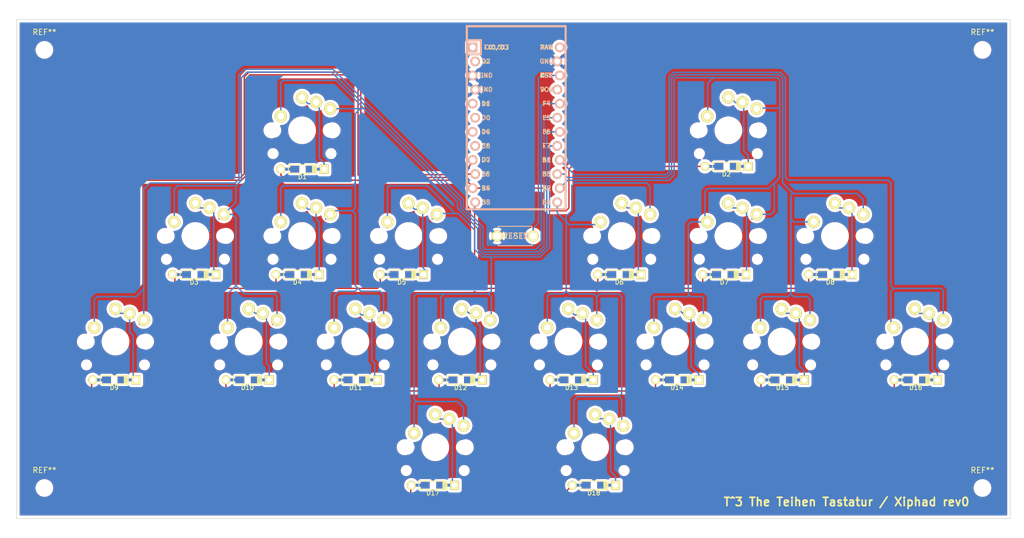
<source format=kicad_pcb>
(kicad_pcb (version 20171130) (host pcbnew "(5.1.2-1)-1")
  (layers (0 F.Cu signal hide) (31 B.Cu signal) (34 B.Paste user) (35 F.Paste user) (36 B.SilkS user) (37 F.SilkS user) (38 B.Mask user) (39 F.Mask user) (44 Edge.Cuts user))
  (net 0 "")
  (net 1 ROW0)
  (net 2 "Net-(D1-Pad1)")
  (net 3 "Net-(D2-Pad1)")
  (net 4 ROW1)
  (net 5 "Net-(D3-Pad1)")
  (net 6 "Net-(D4-Pad1)")
  (net 7 "Net-(D5-Pad1)")
  (net 8 "Net-(D6-Pad1)")
  (net 9 "Net-(D7-Pad1)")
  (net 10 "Net-(D8-Pad1)")
  (net 11 ROW2)
  (net 12 "Net-(D9-Pad1)")
  (net 13 "Net-(D10-Pad1)")
  (net 14 "Net-(D11-Pad1)")
  (net 15 "Net-(D12-Pad1)")
  (net 16 "Net-(D13-Pad1)")
  (net 17 "Net-(D14-Pad1)")
  (net 18 "Net-(D15-Pad1)")
  (net 19 "Net-(D16-Pad1)")
  (net 20 ROW3)
  (net 21 "Net-(D17-Pad1)")
  (net 22 "Net-(D18-Pad1)")
  (net 23 COL2)
  (net 24 COL5)
  (net 25 COL1)
  (net 26 COL3)
  (net 27 COL4)
  (net 28 COL6)
  (net 29 COL0)
  (net 30 COL7)
  (net 31 RST)
  (net 32 GND)
  (module zeriparrot:zeriparrot (layer F.Cu) (at 160.75 57.5)
    (fp_text reference G*** hide)
    (fp_text value LOGO hide)
  )
  (module kbd:CherryMX_Choc_1.5u (layer F.Cu) (at 86.4108 57.15)
    (fp_text reference SW17 hide)
    (fp_text value SW_Push hide)
    (pad 1 thru_hole circle (at 5.1 -3.9 310) (size 2.2 2.2) (drill 1.2) (layers *.Cu F.SilkS B.Mask) (net 26 COL3))
    (pad "" np_thru_hole circle (at 0 0 90) (size 4 4) (drill 4) (layers *.Cu *.Mask))
    (pad "" np_thru_hole circle (at -5.5 0 90) (size 1.9 1.9) (drill 1.9) (layers *.Cu *.Mask))
    (pad "" np_thru_hole circle (at 5.5 0 90) (size 1.9 1.9) (drill 1.9) (layers *.Cu *.Mask))
    (pad 2 thru_hole circle (at 0 -5.9 90) (size 2.2 2.2) (drill 1.2) (layers *.Cu F.SilkS B.Mask) (net 21 "Net-(D17-Pad1)"))
    (pad 2 thru_hole circle (at 2.54 -5.08) (size 2.2 2.2) (drill 1.2) (layers *.Cu F.SilkS B.Mask) (net 21 "Net-(D17-Pad1)"))
    (pad 1 thru_hole circle (at -3.81 -2.54 50) (size 2.2 2.2) (drill 1.2) (layers *.Cu F.SilkS B.Mask) (net 26 COL3))
    (pad "" np_thru_hole circle (at 5.08 0) (size 1.7 1.7) (drill 1.7) (layers *.Cu *.Mask))
    (pad "" np_thru_hole circle (at -5.08 0) (size 1.7 1.7) (drill 1.7) (layers *.Cu *.Mask))
    (pad "" np_thru_hole circle (at 5.22 4.2) (size 1 1) (drill 1) (layers *.Cu *.Mask))
    (pad "" np_thru_hole circle (at -5.22 4.2) (size 1 1) (drill 1) (layers *.Cu *.Mask))
  )
  (module kbd:CherryMX_Choc_1u (layer F.Cu) (at 120.015 19.05)
    (fp_text reference SW6 hide)
    (fp_text value SW_Push hide)
    (pad "" np_thru_hole circle (at -5.22 4.2) (size 1 1) (drill 1) (layers *.Cu *.Mask))
    (pad "" np_thru_hole circle (at 5.22 4.2) (size 1 1) (drill 1) (layers *.Cu *.Mask))
    (pad "" np_thru_hole circle (at -5.08 0) (size 1.7 1.7) (drill 1.7) (layers *.Cu *.Mask))
    (pad "" np_thru_hole circle (at 5.08 0) (size 1.7 1.7) (drill 1.7) (layers *.Cu *.Mask))
    (pad 1 thru_hole circle (at -3.81 -2.54 50) (size 2.2 2.2) (drill 1.2) (layers *.Cu F.SilkS B.Mask) (net 27 COL4))
    (pad 2 thru_hole circle (at 2.54 -5.08) (size 2.2 2.2) (drill 1.2) (layers *.Cu F.SilkS B.Mask) (net 8 "Net-(D6-Pad1)"))
    (pad 2 thru_hole circle (at 0 -5.9 90) (size 2.2 2.2) (drill 1.2) (layers *.Cu F.SilkS B.Mask) (net 8 "Net-(D6-Pad1)"))
    (pad "" np_thru_hole circle (at 5.5 0 90) (size 1.9 1.9) (drill 1.9) (layers *.Cu *.Mask))
    (pad "" np_thru_hole circle (at -5.5 0 90) (size 1.9 1.9) (drill 1.9) (layers *.Cu *.Mask))
    (pad "" np_thru_hole circle (at 0 0 90) (size 4 4) (drill 4) (layers *.Cu *.Mask))
    (pad 1 thru_hole circle (at 5.1 -3.9 310) (size 2.2 2.2) (drill 1.2) (layers *.Cu F.SilkS B.Mask) (net 27 COL4))
  )
  (module kbd:CherryMX_Choc_1u (layer F.Cu) (at 139.2174 0)
    (fp_text reference SW2 hide)
    (fp_text value SW_Push hide)
    (pad "" np_thru_hole circle (at -5.22 4.2) (size 1 1) (drill 1) (layers *.Cu *.Mask))
    (pad "" np_thru_hole circle (at 5.22 4.2) (size 1 1) (drill 1) (layers *.Cu *.Mask))
    (pad "" np_thru_hole circle (at -5.08 0) (size 1.7 1.7) (drill 1.7) (layers *.Cu *.Mask))
    (pad "" np_thru_hole circle (at 5.08 0) (size 1.7 1.7) (drill 1.7) (layers *.Cu *.Mask))
    (pad 1 thru_hole circle (at -3.81 -2.54 50) (size 2.2 2.2) (drill 1.2) (layers *.Cu F.SilkS B.Mask) (net 24 COL5))
    (pad 2 thru_hole circle (at 2.54 -5.08) (size 2.2 2.2) (drill 1.2) (layers *.Cu F.SilkS B.Mask) (net 3 "Net-(D2-Pad1)"))
    (pad 2 thru_hole circle (at 0 -5.9 90) (size 2.2 2.2) (drill 1.2) (layers *.Cu F.SilkS B.Mask) (net 3 "Net-(D2-Pad1)"))
    (pad "" np_thru_hole circle (at 5.5 0 90) (size 1.9 1.9) (drill 1.9) (layers *.Cu *.Mask))
    (pad "" np_thru_hole circle (at -5.5 0 90) (size 1.9 1.9) (drill 1.9) (layers *.Cu *.Mask))
    (pad "" np_thru_hole circle (at 0 0 90) (size 4 4) (drill 4) (layers *.Cu *.Mask))
    (pad 1 thru_hole circle (at 5.1 -3.9 310) (size 2.2 2.2) (drill 1.2) (layers *.Cu F.SilkS B.Mask) (net 24 COL5))
  )
  (module kbd:CherryMX_Choc_1u (layer F.Cu) (at 139.2174 19.05)
    (fp_text reference SW7 hide)
    (fp_text value SW_Push hide)
    (pad 1 thru_hole circle (at 5.1 -3.9 310) (size 2.2 2.2) (drill 1.2) (layers *.Cu F.SilkS B.Mask) (net 24 COL5))
    (pad "" np_thru_hole circle (at 0 0 90) (size 4 4) (drill 4) (layers *.Cu *.Mask))
    (pad "" np_thru_hole circle (at -5.5 0 90) (size 1.9 1.9) (drill 1.9) (layers *.Cu *.Mask))
    (pad "" np_thru_hole circle (at 5.5 0 90) (size 1.9 1.9) (drill 1.9) (layers *.Cu *.Mask))
    (pad 2 thru_hole circle (at 0 -5.9 90) (size 2.2 2.2) (drill 1.2) (layers *.Cu F.SilkS B.Mask) (net 9 "Net-(D7-Pad1)"))
    (pad 2 thru_hole circle (at 2.54 -5.08) (size 2.2 2.2) (drill 1.2) (layers *.Cu F.SilkS B.Mask) (net 9 "Net-(D7-Pad1)"))
    (pad 1 thru_hole circle (at -3.81 -2.54 50) (size 2.2 2.2) (drill 1.2) (layers *.Cu F.SilkS B.Mask) (net 24 COL5))
    (pad "" np_thru_hole circle (at 5.08 0) (size 1.7 1.7) (drill 1.7) (layers *.Cu *.Mask))
    (pad "" np_thru_hole circle (at -5.08 0) (size 1.7 1.7) (drill 1.7) (layers *.Cu *.Mask))
    (pad "" np_thru_hole circle (at 5.22 4.2) (size 1 1) (drill 1) (layers *.Cu *.Mask))
    (pad "" np_thru_hole circle (at -5.22 4.2) (size 1 1) (drill 1) (layers *.Cu *.Mask))
  )
  (module kbd:ResetSW (layer F.Cu) (at 100.8126 19.05)
    (fp_text reference SW19 hide)
    (fp_text value SW_Push)
    (fp_text user RESET (at 0.127 0) (layer B.SilkS) (effects (justify mirror)))
    (fp_text user RESET (at 0 0) (layer F.SilkS))
    (pad 1 thru_hole circle (at 3.25 0) (size 2 2) (drill 1.3) (layers *.Cu *.Mask F.SilkS) (net 31 RST))
    (pad 2 thru_hole circle (at -3.25 0) (size 2 2) (drill 1.3) (layers *.Cu *.Mask F.SilkS) (net 32 GND))
  )
  (module MountingHole:MountingHole_2.2mm_M2 (layer F.Cu) (at 185 -14.5)
    (fp_text reference REF** (at 0 -3.2) (layer F.SilkS))
    (fp_text value MountingHole_2.2mm_M2)
    (pad 1 np_thru_hole circle (at 0 0) (size 2.2 2.2) (drill 2.2) (layers *.Cu *.Mask))
  )
  (module MountingHole:MountingHole_2.2mm_M2 (layer F.Cu) (at 185 64.5)
    (fp_text reference REF** (at 0 -3.2) (layer F.SilkS))
    (fp_text value MountingHole_2.2mm_M2)
    (pad 1 np_thru_hole circle (at 0 0) (size 2.2 2.2) (drill 2.2) (layers *.Cu *.Mask))
  )
  (module MountingHole:MountingHole_2.2mm_M2 (layer F.Cu) (at 16 64.5)
    (fp_text reference REF** (at 0 -3.2) (layer F.SilkS))
    (fp_text value MountingHole_2.2mm_M2)
    (pad 1 np_thru_hole circle (at 0 0) (size 2.2 2.2) (drill 2.2) (layers *.Cu *.Mask))
  )
  (module MountingHole:MountingHole_2.2mm_M2 (layer F.Cu) (at 16 -14.5)
    (fp_text reference REF** (at 0 -3.2) (layer F.SilkS))
    (fp_text value MountingHole_2.2mm_M2)
    (pad 1 np_thru_hole circle (at 0 0) (size 2.2 2.2) (drill 2.2) (layers *.Cu *.Mask))
  )
  (module Keebio-Parts:Diode-dual (layer F.Cu) (at 62.5 7)
    (fp_text reference D1 (at -0.0254 1.4) (layer F.SilkS) (effects (font (size 0.8 0.8))))
    (fp_text value DIODE hide)
    (pad 2 smd rect (at -2.5 0) (size 2.9 0.5) (layers B.Cu) (net 1 ROW0))
    (pad 2 smd rect (at -1.4 0) (size 1.6 1.2) (layers B.Cu B.Paste B.Mask) (net 1 ROW0))
    (pad 1 smd rect (at 1.4 0) (size 1.6 1.2) (layers B.Cu B.Paste B.Mask) (net 2 "Net-(D1-Pad1)"))
    (pad 1 smd rect (at 2.5 0) (size 2.9 0.5) (layers B.Cu) (net 2 "Net-(D1-Pad1)"))
    (pad 1 smd rect (at 1.4 0) (size 1.6 1.2) (layers F.Cu F.Paste F.Mask) (net 2 "Net-(D1-Pad1)"))
    (pad 2 smd rect (at -1.4 0) (size 1.6 1.2) (layers F.Cu F.Paste F.Mask) (net 1 ROW0))
    (pad 2 thru_hole circle (at -3.9 0) (size 1.6 1.6) (drill 1) (layers *.Cu *.Mask F.SilkS) (net 1 ROW0))
    (pad 1 thru_hole rect (at 3.9 0) (size 1.6 1.6) (drill 1) (layers *.Cu *.Mask F.SilkS) (net 2 "Net-(D1-Pad1)"))
    (pad 2 smd rect (at -2.5 0) (size 2.9 0.5) (layers F.Cu) (net 1 ROW0))
    (pad 1 smd rect (at 2.5 0) (size 2.9 0.5) (layers F.Cu) (net 2 "Net-(D1-Pad1)"))
  )
  (module Keebio-Parts:Diode-dual (layer F.Cu) (at 138.9 6.5)
    (fp_text reference D2 (at -0.0254 1.4) (layer F.SilkS) (effects (font (size 0.8 0.8))))
    (fp_text value DIODE hide)
    (pad 1 smd rect (at 2.5 0) (size 2.9 0.5) (layers F.Cu) (net 3 "Net-(D2-Pad1)"))
    (pad 2 smd rect (at -2.5 0) (size 2.9 0.5) (layers F.Cu) (net 1 ROW0))
    (pad 1 thru_hole rect (at 3.9 0) (size 1.6 1.6) (drill 1) (layers *.Cu *.Mask F.SilkS) (net 3 "Net-(D2-Pad1)"))
    (pad 2 thru_hole circle (at -3.9 0) (size 1.6 1.6) (drill 1) (layers *.Cu *.Mask F.SilkS) (net 1 ROW0))
    (pad 2 smd rect (at -1.4 0) (size 1.6 1.2) (layers F.Cu F.Paste F.Mask) (net 1 ROW0))
    (pad 1 smd rect (at 1.4 0) (size 1.6 1.2) (layers F.Cu F.Paste F.Mask) (net 3 "Net-(D2-Pad1)"))
    (pad 1 smd rect (at 2.5 0) (size 2.9 0.5) (layers B.Cu) (net 3 "Net-(D2-Pad1)"))
    (pad 1 smd rect (at 1.4 0) (size 1.6 1.2) (layers B.Cu B.Paste B.Mask) (net 3 "Net-(D2-Pad1)"))
    (pad 2 smd rect (at -1.4 0) (size 1.6 1.2) (layers B.Cu B.Paste B.Mask) (net 1 ROW0))
    (pad 2 smd rect (at -2.5 0) (size 2.9 0.5) (layers B.Cu) (net 1 ROW0))
  )
  (module Keebio-Parts:Diode-dual (layer F.Cu) (at 43 26)
    (fp_text reference D3 (at -0.0254 1.4) (layer F.SilkS) (effects (font (size 0.8 0.8))))
    (fp_text value DIODE hide)
    (pad 2 smd rect (at -2.5 0) (size 2.9 0.5) (layers B.Cu) (net 4 ROW1))
    (pad 2 smd rect (at -1.4 0) (size 1.6 1.2) (layers B.Cu B.Paste B.Mask) (net 4 ROW1))
    (pad 1 smd rect (at 1.4 0) (size 1.6 1.2) (layers B.Cu B.Paste B.Mask) (net 5 "Net-(D3-Pad1)"))
    (pad 1 smd rect (at 2.5 0) (size 2.9 0.5) (layers B.Cu) (net 5 "Net-(D3-Pad1)"))
    (pad 1 smd rect (at 1.4 0) (size 1.6 1.2) (layers F.Cu F.Paste F.Mask) (net 5 "Net-(D3-Pad1)"))
    (pad 2 smd rect (at -1.4 0) (size 1.6 1.2) (layers F.Cu F.Paste F.Mask) (net 4 ROW1))
    (pad 2 thru_hole circle (at -3.9 0) (size 1.6 1.6) (drill 1) (layers *.Cu *.Mask F.SilkS) (net 4 ROW1))
    (pad 1 thru_hole rect (at 3.9 0) (size 1.6 1.6) (drill 1) (layers *.Cu *.Mask F.SilkS) (net 5 "Net-(D3-Pad1)"))
    (pad 2 smd rect (at -2.5 0) (size 2.9 0.5) (layers F.Cu) (net 4 ROW1))
    (pad 1 smd rect (at 2.5 0) (size 2.9 0.5) (layers F.Cu) (net 5 "Net-(D3-Pad1)"))
  )
  (module Keebio-Parts:Diode-dual (layer F.Cu) (at 61.6 26)
    (fp_text reference D4 (at -0.0254 1.4) (layer F.SilkS) (effects (font (size 0.8 0.8))))
    (fp_text value DIODE hide)
    (pad 2 smd rect (at -2.5 0) (size 2.9 0.5) (layers B.Cu) (net 4 ROW1))
    (pad 2 smd rect (at -1.4 0) (size 1.6 1.2) (layers B.Cu B.Paste B.Mask) (net 4 ROW1))
    (pad 1 smd rect (at 1.4 0) (size 1.6 1.2) (layers B.Cu B.Paste B.Mask) (net 6 "Net-(D4-Pad1)"))
    (pad 1 smd rect (at 2.5 0) (size 2.9 0.5) (layers B.Cu) (net 6 "Net-(D4-Pad1)"))
    (pad 1 smd rect (at 1.4 0) (size 1.6 1.2) (layers F.Cu F.Paste F.Mask) (net 6 "Net-(D4-Pad1)"))
    (pad 2 smd rect (at -1.4 0) (size 1.6 1.2) (layers F.Cu F.Paste F.Mask) (net 4 ROW1))
    (pad 2 thru_hole circle (at -3.9 0) (size 1.6 1.6) (drill 1) (layers *.Cu *.Mask F.SilkS) (net 4 ROW1))
    (pad 1 thru_hole rect (at 3.9 0) (size 1.6 1.6) (drill 1) (layers *.Cu *.Mask F.SilkS) (net 6 "Net-(D4-Pad1)"))
    (pad 2 smd rect (at -2.5 0) (size 2.9 0.5) (layers F.Cu) (net 4 ROW1))
    (pad 1 smd rect (at 2.5 0) (size 2.9 0.5) (layers F.Cu) (net 6 "Net-(D4-Pad1)"))
  )
  (module Keebio-Parts:Diode-dual (layer F.Cu) (at 80.4 26)
    (fp_text reference D5 (at -0.0254 1.4) (layer F.SilkS) (effects (font (size 0.8 0.8))))
    (fp_text value DIODE hide)
    (pad 1 smd rect (at 2.5 0) (size 2.9 0.5) (layers F.Cu) (net 7 "Net-(D5-Pad1)"))
    (pad 2 smd rect (at -2.5 0) (size 2.9 0.5) (layers F.Cu) (net 4 ROW1))
    (pad 1 thru_hole rect (at 3.9 0) (size 1.6 1.6) (drill 1) (layers *.Cu *.Mask F.SilkS) (net 7 "Net-(D5-Pad1)"))
    (pad 2 thru_hole circle (at -3.9 0) (size 1.6 1.6) (drill 1) (layers *.Cu *.Mask F.SilkS) (net 4 ROW1))
    (pad 2 smd rect (at -1.4 0) (size 1.6 1.2) (layers F.Cu F.Paste F.Mask) (net 4 ROW1))
    (pad 1 smd rect (at 1.4 0) (size 1.6 1.2) (layers F.Cu F.Paste F.Mask) (net 7 "Net-(D5-Pad1)"))
    (pad 1 smd rect (at 2.5 0) (size 2.9 0.5) (layers B.Cu) (net 7 "Net-(D5-Pad1)"))
    (pad 1 smd rect (at 1.4 0) (size 1.6 1.2) (layers B.Cu B.Paste B.Mask) (net 7 "Net-(D5-Pad1)"))
    (pad 2 smd rect (at -1.4 0) (size 1.6 1.2) (layers B.Cu B.Paste B.Mask) (net 4 ROW1))
    (pad 2 smd rect (at -2.5 0) (size 2.9 0.5) (layers B.Cu) (net 4 ROW1))
  )
  (module Keebio-Parts:Diode-dual (layer F.Cu) (at 119.6 26)
    (fp_text reference D6 (at -0.0254 1.4) (layer F.SilkS) (effects (font (size 0.8 0.8))))
    (fp_text value DIODE hide)
    (pad 1 smd rect (at 2.5 0) (size 2.9 0.5) (layers F.Cu) (net 8 "Net-(D6-Pad1)"))
    (pad 2 smd rect (at -2.5 0) (size 2.9 0.5) (layers F.Cu) (net 4 ROW1))
    (pad 1 thru_hole rect (at 3.9 0) (size 1.6 1.6) (drill 1) (layers *.Cu *.Mask F.SilkS) (net 8 "Net-(D6-Pad1)"))
    (pad 2 thru_hole circle (at -3.9 0) (size 1.6 1.6) (drill 1) (layers *.Cu *.Mask F.SilkS) (net 4 ROW1))
    (pad 2 smd rect (at -1.4 0) (size 1.6 1.2) (layers F.Cu F.Paste F.Mask) (net 4 ROW1))
    (pad 1 smd rect (at 1.4 0) (size 1.6 1.2) (layers F.Cu F.Paste F.Mask) (net 8 "Net-(D6-Pad1)"))
    (pad 1 smd rect (at 2.5 0) (size 2.9 0.5) (layers B.Cu) (net 8 "Net-(D6-Pad1)"))
    (pad 1 smd rect (at 1.4 0) (size 1.6 1.2) (layers B.Cu B.Paste B.Mask) (net 8 "Net-(D6-Pad1)"))
    (pad 2 smd rect (at -1.4 0) (size 1.6 1.2) (layers B.Cu B.Paste B.Mask) (net 4 ROW1))
    (pad 2 smd rect (at -2.5 0) (size 2.9 0.5) (layers B.Cu) (net 4 ROW1))
  )
  (module Keebio-Parts:Diode-dual (layer F.Cu) (at 138.5 26)
    (fp_text reference D7 (at -0.0254 1.4) (layer F.SilkS) (effects (font (size 0.8 0.8))))
    (fp_text value DIODE hide)
    (pad 1 smd rect (at 2.5 0) (size 2.9 0.5) (layers F.Cu) (net 9 "Net-(D7-Pad1)"))
    (pad 2 smd rect (at -2.5 0) (size 2.9 0.5) (layers F.Cu) (net 4 ROW1))
    (pad 1 thru_hole rect (at 3.9 0) (size 1.6 1.6) (drill 1) (layers *.Cu *.Mask F.SilkS) (net 9 "Net-(D7-Pad1)"))
    (pad 2 thru_hole circle (at -3.9 0) (size 1.6 1.6) (drill 1) (layers *.Cu *.Mask F.SilkS) (net 4 ROW1))
    (pad 2 smd rect (at -1.4 0) (size 1.6 1.2) (layers F.Cu F.Paste F.Mask) (net 4 ROW1))
    (pad 1 smd rect (at 1.4 0) (size 1.6 1.2) (layers F.Cu F.Paste F.Mask) (net 9 "Net-(D7-Pad1)"))
    (pad 1 smd rect (at 2.5 0) (size 2.9 0.5) (layers B.Cu) (net 9 "Net-(D7-Pad1)"))
    (pad 1 smd rect (at 1.4 0) (size 1.6 1.2) (layers B.Cu B.Paste B.Mask) (net 9 "Net-(D7-Pad1)"))
    (pad 2 smd rect (at -1.4 0) (size 1.6 1.2) (layers B.Cu B.Paste B.Mask) (net 4 ROW1))
    (pad 2 smd rect (at -2.5 0) (size 2.9 0.5) (layers B.Cu) (net 4 ROW1))
  )
  (module Keebio-Parts:Diode-dual (layer F.Cu) (at 157.6 26)
    (fp_text reference D8 (at -0.0254 1.4) (layer F.SilkS) (effects (font (size 0.8 0.8))))
    (fp_text value DIODE hide)
    (pad 1 smd rect (at 2.5 0) (size 2.9 0.5) (layers F.Cu) (net 10 "Net-(D8-Pad1)"))
    (pad 2 smd rect (at -2.5 0) (size 2.9 0.5) (layers F.Cu) (net 4 ROW1))
    (pad 1 thru_hole rect (at 3.9 0) (size 1.6 1.6) (drill 1) (layers *.Cu *.Mask F.SilkS) (net 10 "Net-(D8-Pad1)"))
    (pad 2 thru_hole circle (at -3.9 0) (size 1.6 1.6) (drill 1) (layers *.Cu *.Mask F.SilkS) (net 4 ROW1))
    (pad 2 smd rect (at -1.4 0) (size 1.6 1.2) (layers F.Cu F.Paste F.Mask) (net 4 ROW1))
    (pad 1 smd rect (at 1.4 0) (size 1.6 1.2) (layers F.Cu F.Paste F.Mask) (net 10 "Net-(D8-Pad1)"))
    (pad 1 smd rect (at 2.5 0) (size 2.9 0.5) (layers B.Cu) (net 10 "Net-(D8-Pad1)"))
    (pad 1 smd rect (at 1.4 0) (size 1.6 1.2) (layers B.Cu B.Paste B.Mask) (net 10 "Net-(D8-Pad1)"))
    (pad 2 smd rect (at -1.4 0) (size 1.6 1.2) (layers B.Cu B.Paste B.Mask) (net 4 ROW1))
    (pad 2 smd rect (at -2.5 0) (size 2.9 0.5) (layers B.Cu) (net 4 ROW1))
  )
  (module Keebio-Parts:Diode-dual (layer F.Cu) (at 28.6 45)
    (fp_text reference D9 (at -0.0254 1.4) (layer F.SilkS) (effects (font (size 0.8 0.8))))
    (fp_text value DIODE hide)
    (pad 2 smd rect (at -2.5 0) (size 2.9 0.5) (layers B.Cu) (net 11 ROW2))
    (pad 2 smd rect (at -1.4 0) (size 1.6 1.2) (layers B.Cu B.Paste B.Mask) (net 11 ROW2))
    (pad 1 smd rect (at 1.4 0) (size 1.6 1.2) (layers B.Cu B.Paste B.Mask) (net 12 "Net-(D9-Pad1)"))
    (pad 1 smd rect (at 2.5 0) (size 2.9 0.5) (layers B.Cu) (net 12 "Net-(D9-Pad1)"))
    (pad 1 smd rect (at 1.4 0) (size 1.6 1.2) (layers F.Cu F.Paste F.Mask) (net 12 "Net-(D9-Pad1)"))
    (pad 2 smd rect (at -1.4 0) (size 1.6 1.2) (layers F.Cu F.Paste F.Mask) (net 11 ROW2))
    (pad 2 thru_hole circle (at -3.9 0) (size 1.6 1.6) (drill 1) (layers *.Cu *.Mask F.SilkS) (net 11 ROW2))
    (pad 1 thru_hole rect (at 3.9 0) (size 1.6 1.6) (drill 1) (layers *.Cu *.Mask F.SilkS) (net 12 "Net-(D9-Pad1)"))
    (pad 2 smd rect (at -2.5 0) (size 2.9 0.5) (layers F.Cu) (net 11 ROW2))
    (pad 1 smd rect (at 2.5 0) (size 2.9 0.5) (layers F.Cu) (net 12 "Net-(D9-Pad1)"))
  )
  (module Keebio-Parts:Diode-dual (layer F.Cu) (at 52.6 45)
    (fp_text reference D10 (at -0.0254 1.4) (layer F.SilkS) (effects (font (size 0.8 0.8))))
    (fp_text value DIODE hide)
    (pad 2 smd rect (at -2.5 0) (size 2.9 0.5) (layers B.Cu) (net 11 ROW2))
    (pad 2 smd rect (at -1.4 0) (size 1.6 1.2) (layers B.Cu B.Paste B.Mask) (net 11 ROW2))
    (pad 1 smd rect (at 1.4 0) (size 1.6 1.2) (layers B.Cu B.Paste B.Mask) (net 13 "Net-(D10-Pad1)"))
    (pad 1 smd rect (at 2.5 0) (size 2.9 0.5) (layers B.Cu) (net 13 "Net-(D10-Pad1)"))
    (pad 1 smd rect (at 1.4 0) (size 1.6 1.2) (layers F.Cu F.Paste F.Mask) (net 13 "Net-(D10-Pad1)"))
    (pad 2 smd rect (at -1.4 0) (size 1.6 1.2) (layers F.Cu F.Paste F.Mask) (net 11 ROW2))
    (pad 2 thru_hole circle (at -3.9 0) (size 1.6 1.6) (drill 1) (layers *.Cu *.Mask F.SilkS) (net 11 ROW2))
    (pad 1 thru_hole rect (at 3.9 0) (size 1.6 1.6) (drill 1) (layers *.Cu *.Mask F.SilkS) (net 13 "Net-(D10-Pad1)"))
    (pad 2 smd rect (at -2.5 0) (size 2.9 0.5) (layers F.Cu) (net 11 ROW2))
    (pad 1 smd rect (at 2.5 0) (size 2.9 0.5) (layers F.Cu) (net 13 "Net-(D10-Pad1)"))
  )
  (module Keebio-Parts:Diode-dual (layer F.Cu) (at 72.1 45)
    (fp_text reference D11 (at -0.0254 1.4) (layer F.SilkS) (effects (font (size 0.8 0.8))))
    (fp_text value DIODE hide)
    (pad 2 smd rect (at -2.5 0) (size 2.9 0.5) (layers B.Cu) (net 11 ROW2))
    (pad 2 smd rect (at -1.4 0) (size 1.6 1.2) (layers B.Cu B.Paste B.Mask) (net 11 ROW2))
    (pad 1 smd rect (at 1.4 0) (size 1.6 1.2) (layers B.Cu B.Paste B.Mask) (net 14 "Net-(D11-Pad1)"))
    (pad 1 smd rect (at 2.5 0) (size 2.9 0.5) (layers B.Cu) (net 14 "Net-(D11-Pad1)"))
    (pad 1 smd rect (at 1.4 0) (size 1.6 1.2) (layers F.Cu F.Paste F.Mask) (net 14 "Net-(D11-Pad1)"))
    (pad 2 smd rect (at -1.4 0) (size 1.6 1.2) (layers F.Cu F.Paste F.Mask) (net 11 ROW2))
    (pad 2 thru_hole circle (at -3.9 0) (size 1.6 1.6) (drill 1) (layers *.Cu *.Mask F.SilkS) (net 11 ROW2))
    (pad 1 thru_hole rect (at 3.9 0) (size 1.6 1.6) (drill 1) (layers *.Cu *.Mask F.SilkS) (net 14 "Net-(D11-Pad1)"))
    (pad 2 smd rect (at -2.5 0) (size 2.9 0.5) (layers F.Cu) (net 11 ROW2))
    (pad 1 smd rect (at 2.5 0) (size 2.9 0.5) (layers F.Cu) (net 14 "Net-(D11-Pad1)"))
  )
  (module Keebio-Parts:Diode-dual (layer F.Cu) (at 91 45)
    (fp_text reference D12 (at -0.0254 1.4) (layer F.SilkS) (effects (font (size 0.8 0.8))))
    (fp_text value DIODE hide)
    (pad 2 smd rect (at -2.5 0) (size 2.9 0.5) (layers B.Cu) (net 11 ROW2))
    (pad 2 smd rect (at -1.4 0) (size 1.6 1.2) (layers B.Cu B.Paste B.Mask) (net 11 ROW2))
    (pad 1 smd rect (at 1.4 0) (size 1.6 1.2) (layers B.Cu B.Paste B.Mask) (net 15 "Net-(D12-Pad1)"))
    (pad 1 smd rect (at 2.5 0) (size 2.9 0.5) (layers B.Cu) (net 15 "Net-(D12-Pad1)"))
    (pad 1 smd rect (at 1.4 0) (size 1.6 1.2) (layers F.Cu F.Paste F.Mask) (net 15 "Net-(D12-Pad1)"))
    (pad 2 smd rect (at -1.4 0) (size 1.6 1.2) (layers F.Cu F.Paste F.Mask) (net 11 ROW2))
    (pad 2 thru_hole circle (at -3.9 0) (size 1.6 1.6) (drill 1) (layers *.Cu *.Mask F.SilkS) (net 11 ROW2))
    (pad 1 thru_hole rect (at 3.9 0) (size 1.6 1.6) (drill 1) (layers *.Cu *.Mask F.SilkS) (net 15 "Net-(D12-Pad1)"))
    (pad 2 smd rect (at -2.5 0) (size 2.9 0.5) (layers F.Cu) (net 11 ROW2))
    (pad 1 smd rect (at 2.5 0) (size 2.9 0.5) (layers F.Cu) (net 15 "Net-(D12-Pad1)"))
  )
  (module Keebio-Parts:Diode-dual (layer F.Cu) (at 111 45)
    (fp_text reference D13 (at -0.0254 1.4) (layer F.SilkS) (effects (font (size 0.8 0.8))))
    (fp_text value DIODE hide)
    (pad 2 smd rect (at -2.5 0) (size 2.9 0.5) (layers B.Cu) (net 11 ROW2))
    (pad 2 smd rect (at -1.4 0) (size 1.6 1.2) (layers B.Cu B.Paste B.Mask) (net 11 ROW2))
    (pad 1 smd rect (at 1.4 0) (size 1.6 1.2) (layers B.Cu B.Paste B.Mask) (net 16 "Net-(D13-Pad1)"))
    (pad 1 smd rect (at 2.5 0) (size 2.9 0.5) (layers B.Cu) (net 16 "Net-(D13-Pad1)"))
    (pad 1 smd rect (at 1.4 0) (size 1.6 1.2) (layers F.Cu F.Paste F.Mask) (net 16 "Net-(D13-Pad1)"))
    (pad 2 smd rect (at -1.4 0) (size 1.6 1.2) (layers F.Cu F.Paste F.Mask) (net 11 ROW2))
    (pad 2 thru_hole circle (at -3.9 0) (size 1.6 1.6) (drill 1) (layers *.Cu *.Mask F.SilkS) (net 11 ROW2))
    (pad 1 thru_hole rect (at 3.9 0) (size 1.6 1.6) (drill 1) (layers *.Cu *.Mask F.SilkS) (net 16 "Net-(D13-Pad1)"))
    (pad 2 smd rect (at -2.5 0) (size 2.9 0.5) (layers F.Cu) (net 11 ROW2))
    (pad 1 smd rect (at 2.5 0) (size 2.9 0.5) (layers F.Cu) (net 16 "Net-(D13-Pad1)"))
  )
  (module Keebio-Parts:Diode-dual (layer F.Cu) (at 130 45)
    (fp_text reference D14 (at -0.0254 1.4) (layer F.SilkS) (effects (font (size 0.8 0.8))))
    (fp_text value DIODE hide)
    (pad 1 smd rect (at 2.5 0) (size 2.9 0.5) (layers F.Cu) (net 17 "Net-(D14-Pad1)"))
    (pad 2 smd rect (at -2.5 0) (size 2.9 0.5) (layers F.Cu) (net 11 ROW2))
    (pad 1 thru_hole rect (at 3.9 0) (size 1.6 1.6) (drill 1) (layers *.Cu *.Mask F.SilkS) (net 17 "Net-(D14-Pad1)"))
    (pad 2 thru_hole circle (at -3.9 0) (size 1.6 1.6) (drill 1) (layers *.Cu *.Mask F.SilkS) (net 11 ROW2))
    (pad 2 smd rect (at -1.4 0) (size 1.6 1.2) (layers F.Cu F.Paste F.Mask) (net 11 ROW2))
    (pad 1 smd rect (at 1.4 0) (size 1.6 1.2) (layers F.Cu F.Paste F.Mask) (net 17 "Net-(D14-Pad1)"))
    (pad 1 smd rect (at 2.5 0) (size 2.9 0.5) (layers B.Cu) (net 17 "Net-(D14-Pad1)"))
    (pad 1 smd rect (at 1.4 0) (size 1.6 1.2) (layers B.Cu B.Paste B.Mask) (net 17 "Net-(D14-Pad1)"))
    (pad 2 smd rect (at -1.4 0) (size 1.6 1.2) (layers B.Cu B.Paste B.Mask) (net 11 ROW2))
    (pad 2 smd rect (at -2.5 0) (size 2.9 0.5) (layers B.Cu) (net 11 ROW2))
  )
  (module Keebio-Parts:Diode-dual (layer F.Cu) (at 149 45)
    (fp_text reference D15 (at -0.0254 1.4) (layer F.SilkS) (effects (font (size 0.8 0.8))))
    (fp_text value DIODE hide)
    (pad 1 smd rect (at 2.5 0) (size 2.9 0.5) (layers F.Cu) (net 18 "Net-(D15-Pad1)"))
    (pad 2 smd rect (at -2.5 0) (size 2.9 0.5) (layers F.Cu) (net 11 ROW2))
    (pad 1 thru_hole rect (at 3.9 0) (size 1.6 1.6) (drill 1) (layers *.Cu *.Mask F.SilkS) (net 18 "Net-(D15-Pad1)"))
    (pad 2 thru_hole circle (at -3.9 0) (size 1.6 1.6) (drill 1) (layers *.Cu *.Mask F.SilkS) (net 11 ROW2))
    (pad 2 smd rect (at -1.4 0) (size 1.6 1.2) (layers F.Cu F.Paste F.Mask) (net 11 ROW2))
    (pad 1 smd rect (at 1.4 0) (size 1.6 1.2) (layers F.Cu F.Paste F.Mask) (net 18 "Net-(D15-Pad1)"))
    (pad 1 smd rect (at 2.5 0) (size 2.9 0.5) (layers B.Cu) (net 18 "Net-(D15-Pad1)"))
    (pad 1 smd rect (at 1.4 0) (size 1.6 1.2) (layers B.Cu B.Paste B.Mask) (net 18 "Net-(D15-Pad1)"))
    (pad 2 smd rect (at -1.4 0) (size 1.6 1.2) (layers B.Cu B.Paste B.Mask) (net 11 ROW2))
    (pad 2 smd rect (at -2.5 0) (size 2.9 0.5) (layers B.Cu) (net 11 ROW2))
  )
  (module Keebio-Parts:Diode-dual (layer F.Cu) (at 173 45)
    (fp_text reference D16 (at -0.0254 1.4) (layer F.SilkS) (effects (font (size 0.8 0.8))))
    (fp_text value DIODE hide)
    (pad 1 smd rect (at 2.5 0) (size 2.9 0.5) (layers F.Cu) (net 19 "Net-(D16-Pad1)"))
    (pad 2 smd rect (at -2.5 0) (size 2.9 0.5) (layers F.Cu) (net 11 ROW2))
    (pad 1 thru_hole rect (at 3.9 0) (size 1.6 1.6) (drill 1) (layers *.Cu *.Mask F.SilkS) (net 19 "Net-(D16-Pad1)"))
    (pad 2 thru_hole circle (at -3.9 0) (size 1.6 1.6) (drill 1) (layers *.Cu *.Mask F.SilkS) (net 11 ROW2))
    (pad 2 smd rect (at -1.4 0) (size 1.6 1.2) (layers F.Cu F.Paste F.Mask) (net 11 ROW2))
    (pad 1 smd rect (at 1.4 0) (size 1.6 1.2) (layers F.Cu F.Paste F.Mask) (net 19 "Net-(D16-Pad1)"))
    (pad 1 smd rect (at 2.5 0) (size 2.9 0.5) (layers B.Cu) (net 19 "Net-(D16-Pad1)"))
    (pad 1 smd rect (at 1.4 0) (size 1.6 1.2) (layers B.Cu B.Paste B.Mask) (net 19 "Net-(D16-Pad1)"))
    (pad 2 smd rect (at -1.4 0) (size 1.6 1.2) (layers B.Cu B.Paste B.Mask) (net 11 ROW2))
    (pad 2 smd rect (at -2.5 0) (size 2.9 0.5) (layers B.Cu) (net 11 ROW2))
  )
  (module Keebio-Parts:Diode-dual (layer F.Cu) (at 86 64)
    (fp_text reference D17 (at -0.0254 1.4) (layer F.SilkS) (effects (font (size 0.8 0.8))))
    (fp_text value DIODE hide)
    (pad 2 smd rect (at -2.5 0) (size 2.9 0.5) (layers B.Cu) (net 20 ROW3))
    (pad 2 smd rect (at -1.4 0) (size 1.6 1.2) (layers B.Cu B.Paste B.Mask) (net 20 ROW3))
    (pad 1 smd rect (at 1.4 0) (size 1.6 1.2) (layers B.Cu B.Paste B.Mask) (net 21 "Net-(D17-Pad1)"))
    (pad 1 smd rect (at 2.5 0) (size 2.9 0.5) (layers B.Cu) (net 21 "Net-(D17-Pad1)"))
    (pad 1 smd rect (at 1.4 0) (size 1.6 1.2) (layers F.Cu F.Paste F.Mask) (net 21 "Net-(D17-Pad1)"))
    (pad 2 smd rect (at -1.4 0) (size 1.6 1.2) (layers F.Cu F.Paste F.Mask) (net 20 ROW3))
    (pad 2 thru_hole circle (at -3.9 0) (size 1.6 1.6) (drill 1) (layers *.Cu *.Mask F.SilkS) (net 20 ROW3))
    (pad 1 thru_hole rect (at 3.9 0) (size 1.6 1.6) (drill 1) (layers *.Cu *.Mask F.SilkS) (net 21 "Net-(D17-Pad1)"))
    (pad 2 smd rect (at -2.5 0) (size 2.9 0.5) (layers F.Cu) (net 20 ROW3))
    (pad 1 smd rect (at 2.5 0) (size 2.9 0.5) (layers F.Cu) (net 21 "Net-(D17-Pad1)"))
  )
  (module Keebio-Parts:Diode-dual (layer F.Cu) (at 115 64)
    (fp_text reference D18 (at -0.0254 1.4) (layer F.SilkS) (effects (font (size 0.8 0.8))))
    (fp_text value DIODE hide)
    (pad 1 smd rect (at 2.5 0) (size 2.9 0.5) (layers F.Cu) (net 22 "Net-(D18-Pad1)"))
    (pad 2 smd rect (at -2.5 0) (size 2.9 0.5) (layers F.Cu) (net 20 ROW3))
    (pad 1 thru_hole rect (at 3.9 0) (size 1.6 1.6) (drill 1) (layers *.Cu *.Mask F.SilkS) (net 22 "Net-(D18-Pad1)"))
    (pad 2 thru_hole circle (at -3.9 0) (size 1.6 1.6) (drill 1) (layers *.Cu *.Mask F.SilkS) (net 20 ROW3))
    (pad 2 smd rect (at -1.4 0) (size 1.6 1.2) (layers F.Cu F.Paste F.Mask) (net 20 ROW3))
    (pad 1 smd rect (at 1.4 0) (size 1.6 1.2) (layers F.Cu F.Paste F.Mask) (net 22 "Net-(D18-Pad1)"))
    (pad 1 smd rect (at 2.5 0) (size 2.9 0.5) (layers B.Cu) (net 22 "Net-(D18-Pad1)"))
    (pad 1 smd rect (at 1.4 0) (size 1.6 1.2) (layers B.Cu B.Paste B.Mask) (net 22 "Net-(D18-Pad1)"))
    (pad 2 smd rect (at -1.4 0) (size 1.6 1.2) (layers B.Cu B.Paste B.Mask) (net 20 ROW3))
    (pad 2 smd rect (at -2.5 0) (size 2.9 0.5) (layers B.Cu) (net 20 ROW3))
  )
  (module kbd:CherryMX_Choc_1u (layer F.Cu) (at 62.4078 0)
    (fp_text reference SW1 hide)
    (fp_text value SW_Push hide)
    (pad 1 thru_hole circle (at 5.1 -3.9 310) (size 2.2 2.2) (drill 1.2) (layers *.Cu F.SilkS B.Mask) (net 23 COL2))
    (pad "" np_thru_hole circle (at 0 0 90) (size 4 4) (drill 4) (layers *.Cu *.Mask))
    (pad "" np_thru_hole circle (at -5.5 0 90) (size 1.9 1.9) (drill 1.9) (layers *.Cu *.Mask))
    (pad "" np_thru_hole circle (at 5.5 0 90) (size 1.9 1.9) (drill 1.9) (layers *.Cu *.Mask))
    (pad 2 thru_hole circle (at 0 -5.9 90) (size 2.2 2.2) (drill 1.2) (layers *.Cu F.SilkS B.Mask) (net 2 "Net-(D1-Pad1)"))
    (pad 2 thru_hole circle (at 2.54 -5.08) (size 2.2 2.2) (drill 1.2) (layers *.Cu F.SilkS B.Mask) (net 2 "Net-(D1-Pad1)"))
    (pad 1 thru_hole circle (at -3.81 -2.54 50) (size 2.2 2.2) (drill 1.2) (layers *.Cu F.SilkS B.Mask) (net 23 COL2))
    (pad "" np_thru_hole circle (at 5.08 0) (size 1.7 1.7) (drill 1.7) (layers *.Cu *.Mask))
    (pad "" np_thru_hole circle (at -5.08 0) (size 1.7 1.7) (drill 1.7) (layers *.Cu *.Mask))
    (pad "" np_thru_hole circle (at 5.22 4.2) (size 1 1) (drill 1) (layers *.Cu *.Mask))
    (pad "" np_thru_hole circle (at -5.22 4.2) (size 1 1) (drill 1) (layers *.Cu *.Mask))
  )
  (module kbd:CherryMX_Choc_1u (layer F.Cu) (at 43.2054 19.05)
    (fp_text reference SW3 hide)
    (fp_text value SW_Push hide)
    (pad "" np_thru_hole circle (at -5.22 4.2) (size 1 1) (drill 1) (layers *.Cu *.Mask))
    (pad "" np_thru_hole circle (at 5.22 4.2) (size 1 1) (drill 1) (layers *.Cu *.Mask))
    (pad "" np_thru_hole circle (at -5.08 0) (size 1.7 1.7) (drill 1.7) (layers *.Cu *.Mask))
    (pad "" np_thru_hole circle (at 5.08 0) (size 1.7 1.7) (drill 1.7) (layers *.Cu *.Mask))
    (pad 1 thru_hole circle (at -3.81 -2.54 50) (size 2.2 2.2) (drill 1.2) (layers *.Cu F.SilkS B.Mask) (net 25 COL1))
    (pad 2 thru_hole circle (at 2.54 -5.08) (size 2.2 2.2) (drill 1.2) (layers *.Cu F.SilkS B.Mask) (net 5 "Net-(D3-Pad1)"))
    (pad 2 thru_hole circle (at 0 -5.9 90) (size 2.2 2.2) (drill 1.2) (layers *.Cu F.SilkS B.Mask) (net 5 "Net-(D3-Pad1)"))
    (pad "" np_thru_hole circle (at 5.5 0 90) (size 1.9 1.9) (drill 1.9) (layers *.Cu *.Mask))
    (pad "" np_thru_hole circle (at -5.5 0 90) (size 1.9 1.9) (drill 1.9) (layers *.Cu *.Mask))
    (pad "" np_thru_hole circle (at 0 0 90) (size 4 4) (drill 4) (layers *.Cu *.Mask))
    (pad 1 thru_hole circle (at 5.1 -3.9 310) (size 2.2 2.2) (drill 1.2) (layers *.Cu F.SilkS B.Mask) (net 25 COL1))
  )
  (module kbd:CherryMX_Choc_1u (layer F.Cu) (at 62.4078 19.05)
    (fp_text reference SW4 hide)
    (fp_text value SW_Push hide)
    (pad 1 thru_hole circle (at 5.1 -3.9 310) (size 2.2 2.2) (drill 1.2) (layers *.Cu F.SilkS B.Mask) (net 23 COL2))
    (pad "" np_thru_hole circle (at 0 0 90) (size 4 4) (drill 4) (layers *.Cu *.Mask))
    (pad "" np_thru_hole circle (at -5.5 0 90) (size 1.9 1.9) (drill 1.9) (layers *.Cu *.Mask))
    (pad "" np_thru_hole circle (at 5.5 0 90) (size 1.9 1.9) (drill 1.9) (layers *.Cu *.Mask))
    (pad 2 thru_hole circle (at 0 -5.9 90) (size 2.2 2.2) (drill 1.2) (layers *.Cu F.SilkS B.Mask) (net 6 "Net-(D4-Pad1)"))
    (pad 2 thru_hole circle (at 2.54 -5.08) (size 2.2 2.2) (drill 1.2) (layers *.Cu F.SilkS B.Mask) (net 6 "Net-(D4-Pad1)"))
    (pad 1 thru_hole circle (at -3.81 -2.54 50) (size 2.2 2.2) (drill 1.2) (layers *.Cu F.SilkS B.Mask) (net 23 COL2))
    (pad "" np_thru_hole circle (at 5.08 0) (size 1.7 1.7) (drill 1.7) (layers *.Cu *.Mask))
    (pad "" np_thru_hole circle (at -5.08 0) (size 1.7 1.7) (drill 1.7) (layers *.Cu *.Mask))
    (pad "" np_thru_hole circle (at 5.22 4.2) (size 1 1) (drill 1) (layers *.Cu *.Mask))
    (pad "" np_thru_hole circle (at -5.22 4.2) (size 1 1) (drill 1) (layers *.Cu *.Mask))
  )
  (module kbd:CherryMX_Choc_1u (layer F.Cu) (at 81.6102 19.05)
    (fp_text reference SW5 hide)
    (fp_text value SW_Push hide)
    (pad 1 thru_hole circle (at 5.1 -3.9 310) (size 2.2 2.2) (drill 1.2) (layers *.Cu F.SilkS B.Mask) (net 26 COL3))
    (pad "" np_thru_hole circle (at 0 0 90) (size 4 4) (drill 4) (layers *.Cu *.Mask))
    (pad "" np_thru_hole circle (at -5.5 0 90) (size 1.9 1.9) (drill 1.9) (layers *.Cu *.Mask))
    (pad "" np_thru_hole circle (at 5.5 0 90) (size 1.9 1.9) (drill 1.9) (layers *.Cu *.Mask))
    (pad 2 thru_hole circle (at 0 -5.9 90) (size 2.2 2.2) (drill 1.2) (layers *.Cu F.SilkS B.Mask) (net 7 "Net-(D5-Pad1)"))
    (pad 2 thru_hole circle (at 2.54 -5.08) (size 2.2 2.2) (drill 1.2) (layers *.Cu F.SilkS B.Mask) (net 7 "Net-(D5-Pad1)"))
    (pad 1 thru_hole circle (at -3.81 -2.54 50) (size 2.2 2.2) (drill 1.2) (layers *.Cu F.SilkS B.Mask) (net 26 COL3))
    (pad "" np_thru_hole circle (at 5.08 0) (size 1.7 1.7) (drill 1.7) (layers *.Cu *.Mask))
    (pad "" np_thru_hole circle (at -5.08 0) (size 1.7 1.7) (drill 1.7) (layers *.Cu *.Mask))
    (pad "" np_thru_hole circle (at 5.22 4.2) (size 1 1) (drill 1) (layers *.Cu *.Mask))
    (pad "" np_thru_hole circle (at -5.22 4.2) (size 1 1) (drill 1) (layers *.Cu *.Mask))
  )
  (module kbd:CherryMX_Choc_1u (layer F.Cu) (at 158.4198 19.05)
    (fp_text reference SW8 hide)
    (fp_text value SW_Push hide)
    (pad "" np_thru_hole circle (at -5.22 4.2) (size 1 1) (drill 1) (layers *.Cu *.Mask))
    (pad "" np_thru_hole circle (at 5.22 4.2) (size 1 1) (drill 1) (layers *.Cu *.Mask))
    (pad "" np_thru_hole circle (at -5.08 0) (size 1.7 1.7) (drill 1.7) (layers *.Cu *.Mask))
    (pad "" np_thru_hole circle (at 5.08 0) (size 1.7 1.7) (drill 1.7) (layers *.Cu *.Mask))
    (pad 1 thru_hole circle (at -3.81 -2.54 50) (size 2.2 2.2) (drill 1.2) (layers *.Cu F.SilkS B.Mask) (net 28 COL6))
    (pad 2 thru_hole circle (at 2.54 -5.08) (size 2.2 2.2) (drill 1.2) (layers *.Cu F.SilkS B.Mask) (net 10 "Net-(D8-Pad1)"))
    (pad 2 thru_hole circle (at 0 -5.9 90) (size 2.2 2.2) (drill 1.2) (layers *.Cu F.SilkS B.Mask) (net 10 "Net-(D8-Pad1)"))
    (pad "" np_thru_hole circle (at 5.5 0 90) (size 1.9 1.9) (drill 1.9) (layers *.Cu *.Mask))
    (pad "" np_thru_hole circle (at -5.5 0 90) (size 1.9 1.9) (drill 1.9) (layers *.Cu *.Mask))
    (pad "" np_thru_hole circle (at 0 0 90) (size 4 4) (drill 4) (layers *.Cu *.Mask))
    (pad 1 thru_hole circle (at 5.1 -3.9 310) (size 2.2 2.2) (drill 1.2) (layers *.Cu F.SilkS B.Mask) (net 28 COL6))
  )
  (module kbd:CherryMX_Choc_1.5u (layer F.Cu) (at 28.8036 38.1)
    (fp_text reference SW9 hide)
    (fp_text value SW_Push hide)
    (pad 1 thru_hole circle (at 5.1 -3.9 310) (size 2.2 2.2) (drill 1.2) (layers *.Cu F.SilkS B.Mask) (net 29 COL0))
    (pad "" np_thru_hole circle (at 0 0 90) (size 4 4) (drill 4) (layers *.Cu *.Mask))
    (pad "" np_thru_hole circle (at -5.5 0 90) (size 1.9 1.9) (drill 1.9) (layers *.Cu *.Mask))
    (pad "" np_thru_hole circle (at 5.5 0 90) (size 1.9 1.9) (drill 1.9) (layers *.Cu *.Mask))
    (pad 2 thru_hole circle (at 0 -5.9 90) (size 2.2 2.2) (drill 1.2) (layers *.Cu F.SilkS B.Mask) (net 12 "Net-(D9-Pad1)"))
    (pad 2 thru_hole circle (at 2.54 -5.08) (size 2.2 2.2) (drill 1.2) (layers *.Cu F.SilkS B.Mask) (net 12 "Net-(D9-Pad1)"))
    (pad 1 thru_hole circle (at -3.81 -2.54 50) (size 2.2 2.2) (drill 1.2) (layers *.Cu F.SilkS B.Mask) (net 29 COL0))
    (pad "" np_thru_hole circle (at 5.08 0) (size 1.7 1.7) (drill 1.7) (layers *.Cu *.Mask))
    (pad "" np_thru_hole circle (at -5.08 0) (size 1.7 1.7) (drill 1.7) (layers *.Cu *.Mask))
    (pad "" np_thru_hole circle (at 5.22 4.2) (size 1 1) (drill 1) (layers *.Cu *.Mask))
    (pad "" np_thru_hole circle (at -5.22 4.2) (size 1 1) (drill 1) (layers *.Cu *.Mask))
  )
  (module kbd:CherryMX_Choc_1u (layer F.Cu) (at 52.8066 38.1)
    (fp_text reference SW10 hide)
    (fp_text value SW_Push hide)
    (pad 1 thru_hole circle (at 5.1 -3.9 310) (size 2.2 2.2) (drill 1.2) (layers *.Cu F.SilkS B.Mask) (net 25 COL1))
    (pad "" np_thru_hole circle (at 0 0 90) (size 4 4) (drill 4) (layers *.Cu *.Mask))
    (pad "" np_thru_hole circle (at -5.5 0 90) (size 1.9 1.9) (drill 1.9) (layers *.Cu *.Mask))
    (pad "" np_thru_hole circle (at 5.5 0 90) (size 1.9 1.9) (drill 1.9) (layers *.Cu *.Mask))
    (pad 2 thru_hole circle (at 0 -5.9 90) (size 2.2 2.2) (drill 1.2) (layers *.Cu F.SilkS B.Mask) (net 13 "Net-(D10-Pad1)"))
    (pad 2 thru_hole circle (at 2.54 -5.08) (size 2.2 2.2) (drill 1.2) (layers *.Cu F.SilkS B.Mask) (net 13 "Net-(D10-Pad1)"))
    (pad 1 thru_hole circle (at -3.81 -2.54 50) (size 2.2 2.2) (drill 1.2) (layers *.Cu F.SilkS B.Mask) (net 25 COL1))
    (pad "" np_thru_hole circle (at 5.08 0) (size 1.7 1.7) (drill 1.7) (layers *.Cu *.Mask))
    (pad "" np_thru_hole circle (at -5.08 0) (size 1.7 1.7) (drill 1.7) (layers *.Cu *.Mask))
    (pad "" np_thru_hole circle (at 5.22 4.2) (size 1 1) (drill 1) (layers *.Cu *.Mask))
    (pad "" np_thru_hole circle (at -5.22 4.2) (size 1 1) (drill 1) (layers *.Cu *.Mask))
  )
  (module kbd:CherryMX_Choc_1u (layer F.Cu) (at 72.009 38.1)
    (fp_text reference SW11 hide)
    (fp_text value SW_Push hide)
    (pad "" np_thru_hole circle (at -5.22 4.2) (size 1 1) (drill 1) (layers *.Cu *.Mask))
    (pad "" np_thru_hole circle (at 5.22 4.2) (size 1 1) (drill 1) (layers *.Cu *.Mask))
    (pad "" np_thru_hole circle (at -5.08 0) (size 1.7 1.7) (drill 1.7) (layers *.Cu *.Mask))
    (pad "" np_thru_hole circle (at 5.08 0) (size 1.7 1.7) (drill 1.7) (layers *.Cu *.Mask))
    (pad 1 thru_hole circle (at -3.81 -2.54 50) (size 2.2 2.2) (drill 1.2) (layers *.Cu F.SilkS B.Mask) (net 23 COL2))
    (pad 2 thru_hole circle (at 2.54 -5.08) (size 2.2 2.2) (drill 1.2) (layers *.Cu F.SilkS B.Mask) (net 14 "Net-(D11-Pad1)"))
    (pad 2 thru_hole circle (at 0 -5.9 90) (size 2.2 2.2) (drill 1.2) (layers *.Cu F.SilkS B.Mask) (net 14 "Net-(D11-Pad1)"))
    (pad "" np_thru_hole circle (at 5.5 0 90) (size 1.9 1.9) (drill 1.9) (layers *.Cu *.Mask))
    (pad "" np_thru_hole circle (at -5.5 0 90) (size 1.9 1.9) (drill 1.9) (layers *.Cu *.Mask))
    (pad "" np_thru_hole circle (at 0 0 90) (size 4 4) (drill 4) (layers *.Cu *.Mask))
    (pad 1 thru_hole circle (at 5.1 -3.9 310) (size 2.2 2.2) (drill 1.2) (layers *.Cu F.SilkS B.Mask) (net 23 COL2))
  )
  (module kbd:CherryMX_Choc_1u (layer F.Cu) (at 91.2114 38.1)
    (fp_text reference SW12 hide)
    (fp_text value SW_Push hide)
    (pad "" np_thru_hole circle (at -5.22 4.2) (size 1 1) (drill 1) (layers *.Cu *.Mask))
    (pad "" np_thru_hole circle (at 5.22 4.2) (size 1 1) (drill 1) (layers *.Cu *.Mask))
    (pad "" np_thru_hole circle (at -5.08 0) (size 1.7 1.7) (drill 1.7) (layers *.Cu *.Mask))
    (pad "" np_thru_hole circle (at 5.08 0) (size 1.7 1.7) (drill 1.7) (layers *.Cu *.Mask))
    (pad 1 thru_hole circle (at -3.81 -2.54 50) (size 2.2 2.2) (drill 1.2) (layers *.Cu F.SilkS B.Mask) (net 26 COL3))
    (pad 2 thru_hole circle (at 2.54 -5.08) (size 2.2 2.2) (drill 1.2) (layers *.Cu F.SilkS B.Mask) (net 15 "Net-(D12-Pad1)"))
    (pad 2 thru_hole circle (at 0 -5.9 90) (size 2.2 2.2) (drill 1.2) (layers *.Cu F.SilkS B.Mask) (net 15 "Net-(D12-Pad1)"))
    (pad "" np_thru_hole circle (at 5.5 0 90) (size 1.9 1.9) (drill 1.9) (layers *.Cu *.Mask))
    (pad "" np_thru_hole circle (at -5.5 0 90) (size 1.9 1.9) (drill 1.9) (layers *.Cu *.Mask))
    (pad "" np_thru_hole circle (at 0 0 90) (size 4 4) (drill 4) (layers *.Cu *.Mask))
    (pad 1 thru_hole circle (at 5.1 -3.9 310) (size 2.2 2.2) (drill 1.2) (layers *.Cu F.SilkS B.Mask) (net 26 COL3))
  )
  (module kbd:CherryMX_Choc_1u (layer F.Cu) (at 110.4138 38.1)
    (fp_text reference SW13 hide)
    (fp_text value SW_Push hide)
    (pad 1 thru_hole circle (at 5.1 -3.9 310) (size 2.2 2.2) (drill 1.2) (layers *.Cu F.SilkS B.Mask) (net 27 COL4))
    (pad "" np_thru_hole circle (at 0 0 90) (size 4 4) (drill 4) (layers *.Cu *.Mask))
    (pad "" np_thru_hole circle (at -5.5 0 90) (size 1.9 1.9) (drill 1.9) (layers *.Cu *.Mask))
    (pad "" np_thru_hole circle (at 5.5 0 90) (size 1.9 1.9) (drill 1.9) (layers *.Cu *.Mask))
    (pad 2 thru_hole circle (at 0 -5.9 90) (size 2.2 2.2) (drill 1.2) (layers *.Cu F.SilkS B.Mask) (net 16 "Net-(D13-Pad1)"))
    (pad 2 thru_hole circle (at 2.54 -5.08) (size 2.2 2.2) (drill 1.2) (layers *.Cu F.SilkS B.Mask) (net 16 "Net-(D13-Pad1)"))
    (pad 1 thru_hole circle (at -3.81 -2.54 50) (size 2.2 2.2) (drill 1.2) (layers *.Cu F.SilkS B.Mask) (net 27 COL4))
    (pad "" np_thru_hole circle (at 5.08 0) (size 1.7 1.7) (drill 1.7) (layers *.Cu *.Mask))
    (pad "" np_thru_hole circle (at -5.08 0) (size 1.7 1.7) (drill 1.7) (layers *.Cu *.Mask))
    (pad "" np_thru_hole circle (at 5.22 4.2) (size 1 1) (drill 1) (layers *.Cu *.Mask))
    (pad "" np_thru_hole circle (at -5.22 4.2) (size 1 1) (drill 1) (layers *.Cu *.Mask))
  )
  (module kbd:CherryMX_Choc_1u (layer F.Cu) (at 129.6162 38.1)
    (fp_text reference SW14 hide)
    (fp_text value SW_Push hide)
    (pad "" np_thru_hole circle (at -5.22 4.2) (size 1 1) (drill 1) (layers *.Cu *.Mask))
    (pad "" np_thru_hole circle (at 5.22 4.2) (size 1 1) (drill 1) (layers *.Cu *.Mask))
    (pad "" np_thru_hole circle (at -5.08 0) (size 1.7 1.7) (drill 1.7) (layers *.Cu *.Mask))
    (pad "" np_thru_hole circle (at 5.08 0) (size 1.7 1.7) (drill 1.7) (layers *.Cu *.Mask))
    (pad 1 thru_hole circle (at -3.81 -2.54 50) (size 2.2 2.2) (drill 1.2) (layers *.Cu F.SilkS B.Mask) (net 24 COL5))
    (pad 2 thru_hole circle (at 2.54 -5.08) (size 2.2 2.2) (drill 1.2) (layers *.Cu F.SilkS B.Mask) (net 17 "Net-(D14-Pad1)"))
    (pad 2 thru_hole circle (at 0 -5.9 90) (size 2.2 2.2) (drill 1.2) (layers *.Cu F.SilkS B.Mask) (net 17 "Net-(D14-Pad1)"))
    (pad "" np_thru_hole circle (at 5.5 0 90) (size 1.9 1.9) (drill 1.9) (layers *.Cu *.Mask))
    (pad "" np_thru_hole circle (at -5.5 0 90) (size 1.9 1.9) (drill 1.9) (layers *.Cu *.Mask))
    (pad "" np_thru_hole circle (at 0 0 90) (size 4 4) (drill 4) (layers *.Cu *.Mask))
    (pad 1 thru_hole circle (at 5.1 -3.9 310) (size 2.2 2.2) (drill 1.2) (layers *.Cu F.SilkS B.Mask) (net 24 COL5))
  )
  (module kbd:CherryMX_Choc_1u (layer F.Cu) (at 148.8186 38.1)
    (fp_text reference SW15 hide)
    (fp_text value SW_Push hide)
    (pad 1 thru_hole circle (at 5.1 -3.9 310) (size 2.2 2.2) (drill 1.2) (layers *.Cu F.SilkS B.Mask) (net 28 COL6))
    (pad "" np_thru_hole circle (at 0 0 90) (size 4 4) (drill 4) (layers *.Cu *.Mask))
    (pad "" np_thru_hole circle (at -5.5 0 90) (size 1.9 1.9) (drill 1.9) (layers *.Cu *.Mask))
    (pad "" np_thru_hole circle (at 5.5 0 90) (size 1.9 1.9) (drill 1.9) (layers *.Cu *.Mask))
    (pad 2 thru_hole circle (at 0 -5.9 90) (size 2.2 2.2) (drill 1.2) (layers *.Cu F.SilkS B.Mask) (net 18 "Net-(D15-Pad1)"))
    (pad 2 thru_hole circle (at 2.54 -5.08) (size 2.2 2.2) (drill 1.2) (layers *.Cu F.SilkS B.Mask) (net 18 "Net-(D15-Pad1)"))
    (pad 1 thru_hole circle (at -3.81 -2.54 50) (size 2.2 2.2) (drill 1.2) (layers *.Cu F.SilkS B.Mask) (net 28 COL6))
    (pad "" np_thru_hole circle (at 5.08 0) (size 1.7 1.7) (drill 1.7) (layers *.Cu *.Mask))
    (pad "" np_thru_hole circle (at -5.08 0) (size 1.7 1.7) (drill 1.7) (layers *.Cu *.Mask))
    (pad "" np_thru_hole circle (at 5.22 4.2) (size 1 1) (drill 1) (layers *.Cu *.Mask))
    (pad "" np_thru_hole circle (at -5.22 4.2) (size 1 1) (drill 1) (layers *.Cu *.Mask))
  )
  (module kbd:CherryMX_Choc_1.5u (layer F.Cu) (at 172.8216 38.1)
    (fp_text reference SW16 hide)
    (fp_text value SW_Push hide)
    (pad "" np_thru_hole circle (at -5.22 4.2) (size 1 1) (drill 1) (layers *.Cu *.Mask))
    (pad "" np_thru_hole circle (at 5.22 4.2) (size 1 1) (drill 1) (layers *.Cu *.Mask))
    (pad "" np_thru_hole circle (at -5.08 0) (size 1.7 1.7) (drill 1.7) (layers *.Cu *.Mask))
    (pad "" np_thru_hole circle (at 5.08 0) (size 1.7 1.7) (drill 1.7) (layers *.Cu *.Mask))
    (pad 1 thru_hole circle (at -3.81 -2.54 50) (size 2.2 2.2) (drill 1.2) (layers *.Cu F.SilkS B.Mask) (net 30 COL7))
    (pad 2 thru_hole circle (at 2.54 -5.08) (size 2.2 2.2) (drill 1.2) (layers *.Cu F.SilkS B.Mask) (net 19 "Net-(D16-Pad1)"))
    (pad 2 thru_hole circle (at 0 -5.9 90) (size 2.2 2.2) (drill 1.2) (layers *.Cu F.SilkS B.Mask) (net 19 "Net-(D16-Pad1)"))
    (pad "" np_thru_hole circle (at 5.5 0 90) (size 1.9 1.9) (drill 1.9) (layers *.Cu *.Mask))
    (pad "" np_thru_hole circle (at -5.5 0 90) (size 1.9 1.9) (drill 1.9) (layers *.Cu *.Mask))
    (pad "" np_thru_hole circle (at 0 0 90) (size 4 4) (drill 4) (layers *.Cu *.Mask))
    (pad 1 thru_hole circle (at 5.1 -3.9 310) (size 2.2 2.2) (drill 1.2) (layers *.Cu F.SilkS B.Mask) (net 30 COL7))
  )
  (module kbd:CherryMX_Choc_1.5u (layer F.Cu) (at 115.2144 57.15)
    (fp_text reference SW18 hide)
    (fp_text value SW_Push hide)
    (pad "" np_thru_hole circle (at -5.22 4.2) (size 1 1) (drill 1) (layers *.Cu *.Mask))
    (pad "" np_thru_hole circle (at 5.22 4.2) (size 1 1) (drill 1) (layers *.Cu *.Mask))
    (pad "" np_thru_hole circle (at -5.08 0) (size 1.7 1.7) (drill 1.7) (layers *.Cu *.Mask))
    (pad "" np_thru_hole circle (at 5.08 0) (size 1.7 1.7) (drill 1.7) (layers *.Cu *.Mask))
    (pad 1 thru_hole circle (at -3.81 -2.54 50) (size 2.2 2.2) (drill 1.2) (layers *.Cu F.SilkS B.Mask) (net 27 COL4))
    (pad 2 thru_hole circle (at 2.54 -5.08) (size 2.2 2.2) (drill 1.2) (layers *.Cu F.SilkS B.Mask) (net 22 "Net-(D18-Pad1)"))
    (pad 2 thru_hole circle (at 0 -5.9 90) (size 2.2 2.2) (drill 1.2) (layers *.Cu F.SilkS B.Mask) (net 22 "Net-(D18-Pad1)"))
    (pad "" np_thru_hole circle (at 5.5 0 90) (size 1.9 1.9) (drill 1.9) (layers *.Cu *.Mask))
    (pad "" np_thru_hole circle (at -5.5 0 90) (size 1.9 1.9) (drill 1.9) (layers *.Cu *.Mask))
    (pad "" np_thru_hole circle (at 0 0 90) (size 4 4) (drill 4) (layers *.Cu *.Mask))
    (pad 1 thru_hole circle (at 5.1 -3.9 310) (size 2.2 2.2) (drill 1.2) (layers *.Cu F.SilkS B.Mask) (net 27 COL4))
  )
  (module Keebio-Parts:ArduinoProMicro-ZigZag (layer F.Cu) (at 101 -1 270)
    (fp_text reference U1 hide)
    (fp_text value ProMicro hide)
    (fp_text user D2 (at -11.43 5.461) (layer B.SilkS) (effects (font (size 0.8 0.8)) (justify mirror)))
    (fp_text user D0 (at -1.27 5.461) (layer B.SilkS) (effects (font (size 0.8 0.8)) (justify mirror)))
    (fp_text user D1 (at -3.81 5.461) (layer B.SilkS) (effects (font (size 0.8 0.8)) (justify mirror)))
    (fp_text user GND (at -6.35 5.461) (layer B.SilkS) (effects (font (size 0.8 0.8)) (justify mirror)))
    (fp_text user GND (at -8.89 5.461) (layer B.SilkS) (effects (font (size 0.8 0.8)) (justify mirror)))
    (fp_text user D4 (at 1.27 5.461) (layer B.SilkS) (effects (font (size 0.8 0.8)) (justify mirror)))
    (fp_text user C6 (at 3.81 5.461) (layer B.SilkS) (effects (font (size 0.8 0.8)) (justify mirror)))
    (fp_text user D7 (at 6.35 5.461) (layer B.SilkS) (effects (font (size 0.8 0.8)) (justify mirror)))
    (fp_text user E6 (at 8.89 5.461) (layer B.SilkS) (effects (font (size 0.8 0.8)) (justify mirror)))
    (fp_text user B4 (at 11.43 5.461) (layer B.SilkS) (effects (font (size 0.8 0.8)) (justify mirror)))
    (fp_text user B5 (at 13.97 5.461) (layer B.SilkS) (effects (font (size 0.8 0.8)) (justify mirror)))
    (fp_text user B6 (at 13.97 -5.461) (layer B.SilkS) (effects (font (size 0.8 0.8)) (justify mirror)))
    (fp_text user B2 (at 11.43 -5.461) (layer F.SilkS) (effects (font (size 0.8 0.8))))
    (fp_text user B3 (at 8.89 -5.461) (layer B.SilkS) (effects (font (size 0.8 0.8)) (justify mirror)))
    (fp_text user B1 (at 6.35 -5.461) (layer B.SilkS) (effects (font (size 0.8 0.8)) (justify mirror)))
    (fp_text user F7 (at 3.81 -5.461) (layer F.SilkS) (effects (font (size 0.8 0.8))))
    (fp_text user F6 (at 1.27 -5.461) (layer F.SilkS) (effects (font (size 0.8 0.8))))
    (fp_text user F5 (at -1.27 -5.461) (layer F.SilkS) (effects (font (size 0.8 0.8))))
    (fp_text user F4 (at -3.81 -5.461) (layer B.SilkS) (effects (font (size 0.8 0.8)) (justify mirror)))
    (fp_text user VCC (at -6.35 -5.461) (layer B.SilkS) (effects (font (size 0.8 0.8)) (justify mirror)))
    (fp_text user GND (at -11.43 -5.461) (layer B.SilkS) (effects (font (size 0.8 0.8)) (justify mirror)))
    (fp_text user RAW (at -13.97 -5.461) (layer B.SilkS) (effects (font (size 0.8 0.8)) (justify mirror)))
    (fp_text user RAW (at -13.97 -5.461) (layer F.SilkS) (effects (font (size 0.8 0.8))))
    (fp_text user GND (at -11.43 -5.461) (layer F.SilkS) (effects (font (size 0.8 0.8))))
    (fp_text user ST (at -8.92 -5.73312) (layer F.SilkS) (effects (font (size 0.8 0.8))))
    (fp_text user VCC (at -6.35 -5.461) (layer F.SilkS) (effects (font (size 0.8 0.8))))
    (fp_text user F4 (at -3.81 -5.461) (layer F.SilkS) (effects (font (size 0.8 0.8))))
    (fp_text user F5 (at -1.27 -5.461) (layer B.SilkS) (effects (font (size 0.8 0.8)) (justify mirror)))
    (fp_text user F6 (at 1.27 -5.461) (layer B.SilkS) (effects (font (size 0.8 0.8)) (justify mirror)))
    (fp_text user F7 (at 3.81 -5.461) (layer B.SilkS) (effects (font (size 0.8 0.8)) (justify mirror)))
    (fp_text user B1 (at 6.35 -5.461) (layer F.SilkS) (effects (font (size 0.8 0.8))))
    (fp_text user B3 (at 8.89 -5.461) (layer F.SilkS) (effects (font (size 0.8 0.8))))
    (fp_text user B2 (at 11.43 -5.461) (layer B.SilkS) (effects (font (size 0.8 0.8)) (justify mirror)))
    (fp_text user B6 (at 13.97 -5.461) (layer F.SilkS) (effects (font (size 0.8 0.8))))
    (fp_text user B5 (at 13.97 5.461) (layer F.SilkS) (effects (font (size 0.8 0.8))))
    (fp_text user B4 (at 11.43 5.461) (layer F.SilkS) (effects (font (size 0.8 0.8))))
    (fp_text user E6 (at 8.89 5.461) (layer F.SilkS) (effects (font (size 0.8 0.8))))
    (fp_text user D7 (at 6.35 5.461) (layer F.SilkS) (effects (font (size 0.8 0.8))))
    (fp_text user C6 (at 3.81 5.461) (layer F.SilkS) (effects (font (size 0.8 0.8))))
    (fp_text user D4 (at 1.27 5.461) (layer F.SilkS) (effects (font (size 0.8 0.8))))
    (fp_text user GND (at -8.89 5.461) (layer F.SilkS) (effects (font (size 0.8 0.8))))
    (fp_text user GND (at -6.35 5.461) (layer F.SilkS) (effects (font (size 0.8 0.8))))
    (fp_text user D1 (at -3.81 5.461) (layer F.SilkS) (effects (font (size 0.8 0.8))))
    (fp_text user D0 (at -1.27 5.461) (layer F.SilkS) (effects (font (size 0.8 0.8))))
    (fp_text user D2 (at -11.43 5.461) (layer F.SilkS) (effects (font (size 0.8 0.8))))
    (fp_text user TX0/D3 (at -13.97 3.571872) (layer B.SilkS) (effects (font (size 0.8 0.8)) (justify mirror)))
    (fp_text user TX0/D3 (at -13.97 3.571872) (layer F.SilkS) (effects (font (size 0.8 0.8))))
    (fp_text user ST (at -8.91 -5.04) (layer B.SilkS) (effects (font (size 0.8 0.8)) (justify mirror)))
    (pad 1 thru_hole rect (at -13.97 7.8486 270) (size 1.7526 1.7526) (drill 1.0922) (layers *.Cu *.SilkS *.Mask))
    (pad 2 thru_hole circle (at -11.43 7.3914 270) (size 1.7526 1.7526) (drill 1.0922) (layers *.Cu *.SilkS *.Mask))
    (pad 3 thru_hole circle (at -8.89 7.8486 270) (size 1.7526 1.7526) (drill 1.0922) (layers *.Cu *.SilkS *.Mask) (net 32 GND))
    (pad 4 thru_hole circle (at -6.35 7.3914 270) (size 1.7526 1.7526) (drill 1.0922) (layers *.Cu *.SilkS *.Mask) (net 32 GND))
    (pad 5 thru_hole circle (at -3.81 7.8486 270) (size 1.7526 1.7526) (drill 1.0922) (layers *.Cu *.SilkS *.Mask))
    (pad 6 thru_hole circle (at -1.27 7.3914 270) (size 1.7526 1.7526) (drill 1.0922) (layers *.Cu *.SilkS *.Mask))
    (pad 7 thru_hole circle (at 1.27 7.8486 270) (size 1.7526 1.7526) (drill 1.0922) (layers *.Cu *.SilkS *.Mask))
    (pad 8 thru_hole circle (at 3.81 7.3914 270) (size 1.7526 1.7526) (drill 1.0922) (layers *.Cu *.SilkS *.Mask))
    (pad 9 thru_hole circle (at 6.35 7.8486 270) (size 1.7526 1.7526) (drill 1.0922) (layers *.Cu *.SilkS *.Mask) (net 20 ROW3))
    (pad 10 thru_hole circle (at 8.89 7.3914 270) (size 1.7526 1.7526) (drill 1.0922) (layers *.Cu *.SilkS *.Mask) (net 11 ROW2))
    (pad 11 thru_hole circle (at 11.43 7.8486 270) (size 1.7526 1.7526) (drill 1.0922) (layers *.Cu *.SilkS *.Mask) (net 1 ROW0))
    (pad 13 thru_hole circle (at 13.97 -7.3914 270) (size 1.7526 1.7526) (drill 1.0922) (layers *.Cu *.SilkS *.Mask) (net 27 COL4))
    (pad 14 thru_hole circle (at 11.43 -7.8486 270) (size 1.7526 1.7526) (drill 1.0922) (layers *.Cu *.SilkS *.Mask) (net 24 COL5))
    (pad 15 thru_hole circle (at 8.89 -7.3914 270) (size 1.7526 1.7526) (drill 1.0922) (layers *.Cu *.SilkS *.Mask) (net 28 COL6))
    (pad 16 thru_hole circle (at 6.35 -7.8486 270) (size 1.7526 1.7526) (drill 1.0922) (layers *.Cu *.SilkS *.Mask) (net 30 COL7))
    (pad 17 thru_hole circle (at 3.81 -7.3914 270) (size 1.7526 1.7526) (drill 1.0922) (layers *.Cu *.SilkS *.Mask) (net 26 COL3))
    (pad 18 thru_hole circle (at 1.27 -7.8486 270) (size 1.7526 1.7526) (drill 1.0922) (layers *.Cu *.SilkS *.Mask) (net 23 COL2))
    (pad 19 thru_hole circle (at -1.27 -7.3914 270) (size 1.7526 1.7526) (drill 1.0922) (layers *.Cu *.SilkS *.Mask) (net 25 COL1))
    (pad 20 thru_hole circle (at -3.81 -7.8486 270) (size 1.7526 1.7526) (drill 1.0922) (layers *.Cu *.SilkS *.Mask) (net 29 COL0))
    (pad 21 thru_hole circle (at -6.35 -7.3914 270) (size 1.7526 1.7526) (drill 1.0922) (layers *.Cu *.SilkS *.Mask))
    (pad 22 thru_hole circle (at -8.89 -7.8486 270) (size 1.7526 1.7526) (drill 1.0922) (layers *.Cu *.SilkS *.Mask) (net 31 RST))
    (pad 23 thru_hole circle (at -11.43 -7.3914 270) (size 1.7526 1.7526) (drill 1.0922) (layers *.Cu *.SilkS *.Mask) (net 32 GND))
    (pad 12 thru_hole circle (at 13.97 7.3914 270) (size 1.7526 1.7526) (drill 1.0922) (layers *.Cu *.SilkS *.Mask) (net 4 ROW1))
    (pad 24 thru_hole circle (at -13.97 -7.8486 270) (size 1.7526 1.7526) (drill 1.0922) (layers *.Cu *.SilkS *.Mask))
  )
  (gr_text "T^3 The Teihen Tastatur / Xiphad rev0" (at 160.5 67) (layer F.SilkS) (effects (font (size 1.5 1.5) (thickness 0.3))))
  (gr_line (start 11 -20) (end 11 70) (layer Edge.Cuts) (width 0.1))
  (gr_line (start 190 -20) (end 11 -20) (layer Edge.Cuts) (width 0.1))
  (gr_line (start 190 70) (end 190 -20) (layer Edge.Cuts) (width 0.1))
  (gr_line (start 11 70) (end 190 70) (layer Edge.Cuts) (width 0.1))
  (segment (start 111 6.5) (end 136.4 6.5) (width 0.25) (layer F.Cu) (net 1))
  (segment (start 110.5 7) (end 111 6.5) (width 0.25) (layer F.Cu) (net 1))
  (segment (start 110.5 14) (end 110.5 7) (width 0.25) (layer F.Cu) (net 1))
  (segment (start 110 14.5) (end 110.5 14) (width 0.25) (layer F.Cu) (net 1))
  (segment (start 107 14.5) (end 110 14.5) (width 0.25) (layer F.Cu) (net 1))
  (segment (start 106.5 14) (end 107 14.5) (width 0.25) (layer F.Cu) (net 1))
  (segment (start 105.93 10.43) (end 106.5 11) (width 0.25) (layer F.Cu) (net 1))
  (segment (start 106.5 11) (end 106.5 14) (width 0.25) (layer F.Cu) (net 1))
  (segment (start 93.1514 10.43) (end 105.93 10.43) (width 0.25) (layer F.Cu) (net 1))
  (segment (start 59.5 9) (end 92 9) (width 0.25) (layer F.Cu) (net 1))
  (segment (start 93.1514 10.1514) (end 93.1514 10.43) (width 0.25) (layer F.Cu) (net 1))
  (segment (start 58.6 8.1) (end 59.5 9) (width 0.25) (layer F.Cu) (net 1))
  (segment (start 92 9) (end 93.1514 10.1514) (width 0.25) (layer F.Cu) (net 1))
  (segment (start 58.6 7) (end 58.6 8.1) (width 0.25) (layer F.Cu) (net 1))
  (segment (start 62.4078 -5.9) (end 62.68 -5.9) (width 0.25) (layer B.Cu) (net 2))
  (segment (start 64.667801 -4.800001) (end 64.9478 -5.08) (width 0.25) (layer B.Cu) (net 2))
  (segment (start 63.507799 -4.800001) (end 64.667801 -4.800001) (width 0.25) (layer B.Cu) (net 2))
  (segment (start 62.4078 -5.9) (end 63.507799 -4.800001) (width 0.25) (layer B.Cu) (net 2))
  (segment (start 66.4 5.9) (end 66.4 7) (width 0.25) (layer B.Cu) (net 2))
  (segment (start 65.5 5) (end 66.4 5.9) (width 0.25) (layer B.Cu) (net 2))
  (segment (start 65.5 -4.5278) (end 65.5 5) (width 0.25) (layer B.Cu) (net 2))
  (segment (start 64.9478 -5.08) (end 65.5 -4.5278) (width 0.25) (layer B.Cu) (net 2))
  (segment (start 141.6774 -5) (end 141.7574 -5.08) (width 0.25) (layer B.Cu) (net 3))
  (segment (start 140.5 -5) (end 141.6774 -5) (width 0.25) (layer B.Cu) (net 3))
  (segment (start 139.6 -5.9) (end 140.5 -5) (width 0.25) (layer B.Cu) (net 3))
  (segment (start 139.2174 -5.9) (end 139.6 -5.9) (width 0.25) (layer B.Cu) (net 3))
  (segment (start 142.8 5.45) (end 142.8 6.5) (width 0.25) (layer B.Cu) (net 3))
  (segment (start 142.8 4.526202) (end 142.8 5.45) (width 0.25) (layer B.Cu) (net 3))
  (segment (start 142 3.726202) (end 142.8 4.526202) (width 0.25) (layer B.Cu) (net 3))
  (segment (start 142 -4.8374) (end 142 3.726202) (width 0.25) (layer B.Cu) (net 3))
  (segment (start 141.7574 -5.08) (end 142 -4.8374) (width 0.25) (layer B.Cu) (net 3))
  (segment (start 57.7 28.2) (end 57.7 26) (width 0.25) (layer F.Cu) (net 4))
  (segment (start 76.5 28) (end 76.5 26) (width 0.25) (layer F.Cu) (net 4))
  (segment (start 76 28.5) (end 76.5 28) (width 0.25) (layer F.Cu) (net 4))
  (segment (start 58 28.5) (end 76 28.5) (width 0.25) (layer F.Cu) (net 4))
  (segment (start 57.7 28.2) (end 58 28.5) (width 0.25) (layer F.Cu) (net 4))
  (segment (start 115.7 28.3) (end 115.7 26) (width 0.25) (layer F.Cu) (net 4))
  (segment (start 134.6 27.9) (end 134.6 26) (width 0.25) (layer F.Cu) (net 4))
  (segment (start 134.6 28.15) (end 134.6 27.9) (width 0.25) (layer F.Cu) (net 4))
  (segment (start 134.25 28.5) (end 134.6 28.15) (width 0.25) (layer F.Cu) (net 4))
  (segment (start 115.9 28.5) (end 134.25 28.5) (width 0.25) (layer F.Cu) (net 4))
  (segment (start 115.7 28.3) (end 115.9 28.5) (width 0.25) (layer F.Cu) (net 4))
  (segment (start 153.7 28.05) (end 153.7 26) (width 0.25) (layer F.Cu) (net 4))
  (segment (start 153.25 28.5) (end 153.7 28.05) (width 0.25) (layer F.Cu) (net 4))
  (segment (start 134.6 28.1) (end 135 28.5) (width 0.25) (layer F.Cu) (net 4))
  (segment (start 135 28.5) (end 153.25 28.5) (width 0.25) (layer F.Cu) (net 4))
  (segment (start 134.6 27.9) (end 134.6 28.1) (width 0.25) (layer F.Cu) (net 4))
  (segment (start 93.5 13.0786) (end 93.5 28) (width 0.25) (layer F.Cu) (net 4))
  (segment (start 93.6086 12.97) (end 93.5 13.0786) (width 0.25) (layer F.Cu) (net 4))
  (segment (start 115.5 28.5) (end 115.7 28.3) (width 0.25) (layer F.Cu) (net 4))
  (segment (start 94 28.5) (end 115.5 28.5) (width 0.25) (layer F.Cu) (net 4))
  (segment (start 93.5 28) (end 94 28.5) (width 0.25) (layer F.Cu) (net 4))
  (segment (start 76.5 28) (end 77 28.5) (width 0.25) (layer F.Cu) (net 4))
  (segment (start 93 28.5) (end 93.5 28) (width 0.25) (layer F.Cu) (net 4))
  (segment (start 77 28.5) (end 93 28.5) (width 0.25) (layer F.Cu) (net 4))
  (segment (start 39.5 28) (end 39.5 26.4) (width 0.25) (layer F.Cu) (net 4))
  (segment (start 39.5 26.4) (end 39.1 26) (width 0.25) (layer F.Cu) (net 4))
  (segment (start 40 28.5) (end 39.5 28) (width 0.25) (layer F.Cu) (net 4))
  (segment (start 57.4 28.5) (end 40 28.5) (width 0.25) (layer F.Cu) (net 4))
  (segment (start 57.7 28.2) (end 57.4 28.5) (width 0.25) (layer F.Cu) (net 4))
  (segment (start 45.7454 13.97) (end 46.5 14.7246) (width 0.25) (layer B.Cu) (net 5))
  (segment (start 46.9 25.4) (end 46.5 25) (width 0.25) (layer B.Cu) (net 5))
  (segment (start 46.9 26) (end 46.9 25.4) (width 0.25) (layer B.Cu) (net 5))
  (segment (start 46.5 14.7246) (end 46.5 25) (width 0.25) (layer B.Cu) (net 5))
  (segment (start 45.7154 14) (end 45.7454 13.97) (width 0.25) (layer B.Cu) (net 5))
  (segment (start 44.0554 14) (end 45.7154 14) (width 0.25) (layer B.Cu) (net 5))
  (segment (start 43.2054 13.15) (end 44.0554 14) (width 0.25) (layer B.Cu) (net 5))
  (segment (start 63.507799 14.249999) (end 64.667801 14.249999) (width 0.25) (layer B.Cu) (net 6))
  (segment (start 64.667801 14.249999) (end 64.9478 13.97) (width 0.25) (layer B.Cu) (net 6))
  (segment (start 62.4078 13.15) (end 63.507799 14.249999) (width 0.25) (layer B.Cu) (net 6))
  (segment (start 65.5 16.5) (end 65.5 26) (width 0.25) (layer B.Cu) (net 6))
  (segment (start 64.9478 15.9478) (end 65.5 16.5) (width 0.25) (layer B.Cu) (net 6))
  (segment (start 64.9478 13.97) (end 64.9478 15.9478) (width 0.25) (layer B.Cu) (net 6))
  (segment (start 82.710199 14.249999) (end 83.870201 14.249999) (width 0.25) (layer B.Cu) (net 7))
  (segment (start 83.870201 14.249999) (end 84.1502 13.97) (width 0.25) (layer B.Cu) (net 7))
  (segment (start 81.6102 13.15) (end 82.710199 14.249999) (width 0.25) (layer B.Cu) (net 7))
  (segment (start 84.6 25.5) (end 84.1 26) (width 0.25) (layer B.Cu) (net 7))
  (segment (start 84.6 25.1996) (end 84.6 25.5) (width 0.25) (layer B.Cu) (net 7))
  (segment (start 84.1 26) (end 82.9 26) (width 0.25) (layer B.Cu) (net 7))
  (segment (start 84.1502 24.7498) (end 84.6 25.1996) (width 0.25) (layer B.Cu) (net 7))
  (segment (start 84.1502 13.97) (end 84.1502 24.7498) (width 0.25) (layer B.Cu) (net 7))
  (segment (start 82.9 26) (end 81.8 26) (width 0.25) (layer F.Cu) (net 7))
  (segment (start 122.525 14) (end 122.555 13.97) (width 0.25) (layer B.Cu) (net 8))
  (segment (start 121 14) (end 122.525 14) (width 0.25) (layer B.Cu) (net 8))
  (segment (start 120.15 13.15) (end 121 14) (width 0.25) (layer B.Cu) (net 8))
  (segment (start 120.015 13.15) (end 120.15 13.15) (width 0.25) (layer B.Cu) (net 8))
  (segment (start 123 25.5) (end 123.5 26) (width 0.25) (layer B.Cu) (net 8))
  (segment (start 123 14.415) (end 123 25.5) (width 0.25) (layer B.Cu) (net 8))
  (segment (start 122.555 13.97) (end 123 14.415) (width 0.25) (layer B.Cu) (net 8))
  (segment (start 140.0674 14) (end 141.7274 14) (width 0.25) (layer B.Cu) (net 9))
  (segment (start 141.7274 14) (end 141.7574 13.97) (width 0.25) (layer B.Cu) (net 9))
  (segment (start 139.2174 13.15) (end 140.0674 14) (width 0.25) (layer B.Cu) (net 9))
  (segment (start 142.5 25.9) (end 142.4 26) (width 0.25) (layer B.Cu) (net 9))
  (segment (start 142.5 14.7126) (end 142.5 25.9) (width 0.25) (layer B.Cu) (net 9))
  (segment (start 141.7574 13.97) (end 142.5 14.7126) (width 0.25) (layer B.Cu) (net 9))
  (segment (start 159.2698 14) (end 160.9298 14) (width 0.25) (layer B.Cu) (net 10))
  (segment (start 160.9298 14) (end 160.9598 13.97) (width 0.25) (layer B.Cu) (net 10))
  (segment (start 158.4198 13.15) (end 159.2698 14) (width 0.25) (layer B.Cu) (net 10))
  (segment (start 161.5 14.5102) (end 161.5 23) (width 0.25) (layer B.Cu) (net 10))
  (segment (start 161.5 23) (end 161.5 26) (width 0.25) (layer B.Cu) (net 10))
  (segment (start 160.9598 13.97) (end 161.5 14.5102) (width 0.25) (layer B.Cu) (net 10))
  (segment (start 24.5 45.2) (end 24.7 45) (width 0.25) (layer F.Cu) (net 11))
  (segment (start 24.5 47) (end 24.5 45.2) (width 0.25) (layer F.Cu) (net 11))
  (segment (start 48.7 46.8) (end 48.7 45) (width 0.25) (layer F.Cu) (net 11))
  (segment (start 48.5 47) (end 48.7 46.8) (width 0.25) (layer F.Cu) (net 11))
  (segment (start 24.5 47) (end 48.5 47) (width 0.25) (layer F.Cu) (net 11))
  (segment (start 68.2 46.8) (end 68 47) (width 0.25) (layer F.Cu) (net 11))
  (segment (start 68.2 45) (end 68.2 46.8) (width 0.25) (layer F.Cu) (net 11))
  (segment (start 48.9 47) (end 68 47) (width 0.25) (layer F.Cu) (net 11))
  (segment (start 48.7 46.8) (end 48.9 47) (width 0.25) (layer F.Cu) (net 11))
  (segment (start 86.7 47) (end 87.1 46.6) (width 0.25) (layer F.Cu) (net 11))
  (segment (start 68.4 47) (end 86.7 47) (width 0.25) (layer F.Cu) (net 11))
  (segment (start 68.2 46.8) (end 68.4 47) (width 0.25) (layer F.Cu) (net 11))
  (segment (start 87.1 45) (end 87.1 46.6) (width 0.25) (layer F.Cu) (net 11))
  (segment (start 107.1 45) (end 107.1 46.6) (width 0.25) (layer F.Cu) (net 11))
  (segment (start 106.7 47) (end 107.1 46.6) (width 0.25) (layer F.Cu) (net 11))
  (segment (start 87.5 47) (end 106.7 47) (width 0.25) (layer F.Cu) (net 11))
  (segment (start 87.1 46.6) (end 87.5 47) (width 0.25) (layer F.Cu) (net 11))
  (segment (start 126.1 45) (end 126.1 46.6) (width 0.25) (layer F.Cu) (net 11))
  (segment (start 125.7 47) (end 126.1 46.6) (width 0.25) (layer F.Cu) (net 11))
  (segment (start 107.5 47) (end 125.7 47) (width 0.25) (layer F.Cu) (net 11))
  (segment (start 107.1 46.6) (end 107.5 47) (width 0.25) (layer F.Cu) (net 11))
  (segment (start 126.5 47) (end 126.1 46.6) (width 0.25) (layer F.Cu) (net 11))
  (segment (start 144.9 47) (end 126.5 47) (width 0.25) (layer F.Cu) (net 11))
  (segment (start 145.1 46.8) (end 144.9 47) (width 0.25) (layer F.Cu) (net 11))
  (segment (start 145.1 45) (end 145.1 46.8) (width 0.25) (layer F.Cu) (net 11))
  (segment (start 169.1 46.4) (end 169.1 45) (width 0.25) (layer F.Cu) (net 11))
  (segment (start 168.5 47) (end 169.1 46.4) (width 0.25) (layer F.Cu) (net 11))
  (segment (start 145.3 47) (end 168.5 47) (width 0.25) (layer F.Cu) (net 11))
  (segment (start 145.1 46.8) (end 145.3 47) (width 0.25) (layer F.Cu) (net 11))
  (segment (start 72.5 8) (end 72.5 -9.36359) (width 0.25) (layer F.Cu) (net 11))
  (segment (start 32.5 28) (end 21.13641 28) (width 0.25) (layer F.Cu) (net 11))
  (segment (start 20.5 28.63641) (end 20.5 46.36359) (width 0.25) (layer F.Cu) (net 11))
  (segment (start 21.13641 47) (end 24.5 47) (width 0.25) (layer F.Cu) (net 11))
  (segment (start 93.6086 7.89) (end 92.369325 7.89) (width 0.25) (layer F.Cu) (net 11))
  (segment (start 72.5 -9.36359) (end 71.86359 -10) (width 0.25) (layer F.Cu) (net 11))
  (segment (start 91.759325 8.5) (end 73 8.5) (width 0.25) (layer F.Cu) (net 11))
  (segment (start 71.86359 -10) (end 53 -10) (width 0.25) (layer F.Cu) (net 11))
  (segment (start 92.369325 7.89) (end 91.759325 8.5) (width 0.25) (layer F.Cu) (net 11))
  (segment (start 52.5 -9.5) (end 52.5 8) (width 0.25) (layer F.Cu) (net 11))
  (segment (start 52.5 8) (end 51.5 9) (width 0.25) (layer F.Cu) (net 11))
  (segment (start 51.5 9) (end 33.63641 9) (width 0.25) (layer F.Cu) (net 11))
  (segment (start 20.5 46.36359) (end 21.13641 47) (width 0.25) (layer F.Cu) (net 11))
  (segment (start 33 9.63641) (end 33 27.5) (width 0.25) (layer F.Cu) (net 11))
  (segment (start 53 -10) (end 52.5 -9.5) (width 0.25) (layer F.Cu) (net 11))
  (segment (start 33 27.5) (end 32.5 28) (width 0.25) (layer F.Cu) (net 11))
  (segment (start 73 8.5) (end 72.5 8) (width 0.25) (layer F.Cu) (net 11))
  (segment (start 21.13641 28) (end 20.5 28.63641) (width 0.25) (layer F.Cu) (net 11))
  (segment (start 33.63641 9) (end 33 9.63641) (width 0.25) (layer F.Cu) (net 11))
  (segment (start 31.3236 33) (end 31.3436 33.02) (width 0.25) (layer B.Cu) (net 12))
  (segment (start 29.6036 33) (end 31.3236 33) (width 0.25) (layer B.Cu) (net 12))
  (segment (start 28.8036 32.2) (end 29.6036 33) (width 0.25) (layer B.Cu) (net 12))
  (segment (start 32 44.5) (end 32.5 45) (width 0.25) (layer B.Cu) (net 12))
  (segment (start 32 37) (end 32 44.5) (width 0.25) (layer B.Cu) (net 12))
  (segment (start 31.3436 36.3436) (end 32 37) (width 0.25) (layer B.Cu) (net 12))
  (segment (start 31.3436 33.02) (end 31.3436 36.3436) (width 0.25) (layer B.Cu) (net 12))
  (segment (start 55.3266 33) (end 55.3466 33.02) (width 0.25) (layer B.Cu) (net 13))
  (segment (start 54 33) (end 55.3266 33) (width 0.25) (layer B.Cu) (net 13))
  (segment (start 53.2 32.2) (end 54 33) (width 0.25) (layer B.Cu) (net 13))
  (segment (start 52.8066 32.2) (end 53.2 32.2) (width 0.25) (layer B.Cu) (net 13))
  (segment (start 56.5 42.5) (end 56.5 45) (width 0.25) (layer B.Cu) (net 13))
  (segment (start 56 42) (end 56.5 42.5) (width 0.25) (layer B.Cu) (net 13))
  (segment (start 56 33.6734) (end 56 42) (width 0.25) (layer B.Cu) (net 13))
  (segment (start 55.3466 33.02) (end 56 33.6734) (width 0.25) (layer B.Cu) (net 13))
  (segment (start 74.269001 33.299999) (end 74.549 33.02) (width 0.25) (layer B.Cu) (net 14))
  (segment (start 73.108999 33.299999) (end 74.269001 33.299999) (width 0.25) (layer B.Cu) (net 14))
  (segment (start 72.009 32.2) (end 73.108999 33.299999) (width 0.25) (layer B.Cu) (net 14))
  (segment (start 75.5 44.5) (end 76 45) (width 0.25) (layer B.Cu) (net 14))
  (segment (start 75 41.5) (end 75.5 42) (width 0.25) (layer B.Cu) (net 14))
  (segment (start 75 33.471) (end 75 41.5) (width 0.25) (layer B.Cu) (net 14))
  (segment (start 75.5 42) (end 75.5 44.5) (width 0.25) (layer B.Cu) (net 14))
  (segment (start 74.549 33.02) (end 75 33.471) (width 0.25) (layer B.Cu) (net 14))
  (segment (start 93.7314 33) (end 93.7514 33.02) (width 0.25) (layer B.Cu) (net 15))
  (segment (start 92.5 33) (end 93.7314 33) (width 0.25) (layer B.Cu) (net 15))
  (segment (start 91.7 32.2) (end 92.5 33) (width 0.25) (layer B.Cu) (net 15))
  (segment (start 91.2114 32.2) (end 91.7 32.2) (width 0.25) (layer B.Cu) (net 15))
  (segment (start 94.5 44.6) (end 94.9 45) (width 0.25) (layer B.Cu) (net 15))
  (segment (start 94.5 35.324234) (end 94.5 44.6) (width 0.25) (layer B.Cu) (net 15))
  (segment (start 93.7514 34.575634) (end 94.5 35.324234) (width 0.25) (layer B.Cu) (net 15))
  (segment (start 93.7514 33.02) (end 93.7514 34.575634) (width 0.25) (layer B.Cu) (net 15))
  (segment (start 112.673801 33.299999) (end 112.9538 33.02) (width 0.25) (layer B.Cu) (net 16))
  (segment (start 111.513799 33.299999) (end 112.673801 33.299999) (width 0.25) (layer B.Cu) (net 16))
  (segment (start 110.4138 32.2) (end 111.513799 33.299999) (width 0.25) (layer B.Cu) (net 16))
  (segment (start 113.5 42.5) (end 114.9 43.9) (width 0.25) (layer B.Cu) (net 16))
  (segment (start 114.9 43.9) (end 114.9 45) (width 0.25) (layer B.Cu) (net 16))
  (segment (start 113.5 33.5662) (end 113.5 42.5) (width 0.25) (layer B.Cu) (net 16))
  (segment (start 112.9538 33.02) (end 113.5 33.5662) (width 0.25) (layer B.Cu) (net 16))
  (segment (start 132.1362 33) (end 132.1562 33.02) (width 0.25) (layer B.Cu) (net 17))
  (segment (start 131 33) (end 132.1362 33) (width 0.25) (layer B.Cu) (net 17))
  (segment (start 130.2 32.2) (end 131 33) (width 0.25) (layer B.Cu) (net 17))
  (segment (start 129.6162 32.2) (end 130.2 32.2) (width 0.25) (layer B.Cu) (net 17))
  (segment (start 133.9 43.95) (end 133.9 45) (width 0.25) (layer B.Cu) (net 17))
  (segment (start 132.5 42.55) (end 133.9 43.95) (width 0.25) (layer B.Cu) (net 17))
  (segment (start 132.5 33.3638) (end 132.5 42.55) (width 0.25) (layer B.Cu) (net 17))
  (segment (start 132.1562 33.02) (end 132.5 33.3638) (width 0.25) (layer B.Cu) (net 17))
  (segment (start 152 42.5) (end 152.9 43.4) (width 0.25) (layer B.Cu) (net 18))
  (segment (start 152.9 43.4) (end 152.9 45) (width 0.25) (layer B.Cu) (net 18))
  (segment (start 152 33.6614) (end 152 42.5) (width 0.25) (layer B.Cu) (net 18))
  (segment (start 151.3586 33.02) (end 152 33.6614) (width 0.25) (layer B.Cu) (net 18))
  (segment (start 151.3386 33) (end 151.3586 33.02) (width 0.25) (layer B.Cu) (net 18))
  (segment (start 149.6186 33) (end 151.3386 33) (width 0.25) (layer B.Cu) (net 18))
  (segment (start 148.8186 32.2) (end 149.6186 33) (width 0.25) (layer B.Cu) (net 18))
  (segment (start 175.197234 33.02) (end 175.3616 33.02) (width 0.25) (layer B.Cu) (net 19))
  (segment (start 173.6416 33.02) (end 175.197234 33.02) (width 0.25) (layer B.Cu) (net 19))
  (segment (start 172.8216 32.2) (end 173.6416 33.02) (width 0.25) (layer B.Cu) (net 19))
  (segment (start 176.9 43.9) (end 176.9 45) (width 0.25) (layer B.Cu) (net 19))
  (segment (start 176 43) (end 176.9 43.9) (width 0.25) (layer B.Cu) (net 19))
  (segment (start 176 33.6584) (end 176 43) (width 0.25) (layer B.Cu) (net 19))
  (segment (start 175.3616 33.02) (end 176 33.6584) (width 0.25) (layer B.Cu) (net 19))
  (segment (start 109.1 66) (end 111.1 64) (width 0.25) (layer F.Cu) (net 20))
  (segment (start 82.5 66) (end 109.1 66) (width 0.25) (layer F.Cu) (net 20))
  (segment (start 82 65.5) (end 82.5 66) (width 0.25) (layer F.Cu) (net 20))
  (segment (start 82 64.1) (end 82.1 64) (width 0.25) (layer F.Cu) (net 20))
  (segment (start 82 65.5) (end 82 64.1) (width 0.25) (layer F.Cu) (net 20))
  (segment (start 93.15 5.35) (end 93.1514 5.35) (width 0.25) (layer F.Cu) (net 20))
  (segment (start 81.5 66) (end 82 65.5) (width 0.25) (layer F.Cu) (net 20))
  (segment (start 74.5 66) (end 81.5 66) (width 0.25) (layer F.Cu) (net 20))
  (segment (start 73.5 49) (end 73.5 65) (width 0.25) (layer F.Cu) (net 20))
  (segment (start 32.5 9.5) (end 32.5 27.25) (width 0.25) (layer F.Cu) (net 20))
  (segment (start 32.5 27.25) (end 32.25 27.5) (width 0.25) (layer F.Cu) (net 20))
  (segment (start 72 47.5) (end 73.5 49) (width 0.25) (layer F.Cu) (net 20))
  (segment (start 21 47.5) (end 72 47.5) (width 0.25) (layer F.Cu) (net 20))
  (segment (start 21 27.5) (end 20.049989 28.450011) (width 0.25) (layer F.Cu) (net 20))
  (segment (start 33.5 8.5) (end 32.5 9.5) (width 0.25) (layer F.Cu) (net 20))
  (segment (start 73 -9.5) (end 72 -10.5) (width 0.25) (layer F.Cu) (net 20))
  (segment (start 20.049989 28.450011) (end 20.049989 46.54999) (width 0.25) (layer F.Cu) (net 20))
  (segment (start 73.5 8) (end 73 7.5) (width 0.25) (layer F.Cu) (net 20))
  (segment (start 32.25 27.5) (end 21 27.5) (width 0.25) (layer F.Cu) (net 20))
  (segment (start 52 -9.636411) (end 52 7.86359) (width 0.25) (layer F.Cu) (net 20))
  (segment (start 93.1514 5.35) (end 93.1514 5.8486) (width 0.25) (layer F.Cu) (net 20))
  (segment (start 51.36359 8.5) (end 33.5 8.5) (width 0.25) (layer F.Cu) (net 20))
  (segment (start 93.1514 5.8486) (end 91 8) (width 0.25) (layer F.Cu) (net 20))
  (segment (start 91 8) (end 73.5 8) (width 0.25) (layer F.Cu) (net 20))
  (segment (start 20.049989 46.54999) (end 21 47.5) (width 0.25) (layer F.Cu) (net 20))
  (segment (start 52 7.86359) (end 51.36359 8.5) (width 0.25) (layer F.Cu) (net 20))
  (segment (start 73.5 65) (end 74.5 66) (width 0.25) (layer F.Cu) (net 20))
  (segment (start 72 -10.5) (end 52.863589 -10.5) (width 0.25) (layer F.Cu) (net 20))
  (segment (start 73 7.5) (end 73 -9.5) (width 0.25) (layer F.Cu) (net 20))
  (segment (start 52.863589 -10.5) (end 52 -9.636411) (width 0.25) (layer F.Cu) (net 20))
  (segment (start 86.4108 51.25) (end 86.75 51.25) (width 0.25) (layer B.Cu) (net 21))
  (segment (start 89.5 52.6192) (end 89.5 63.6) (width 0.25) (layer B.Cu) (net 21))
  (segment (start 89.5 63.6) (end 89.9 64) (width 0.25) (layer B.Cu) (net 21))
  (segment (start 88.9508 52.07) (end 89.5 52.6192) (width 0.25) (layer B.Cu) (net 21))
  (segment (start 87.2308 52.07) (end 88.9508 52.07) (width 0.25) (layer B.Cu) (net 21))
  (segment (start 86.4108 51.25) (end 87.2308 52.07) (width 0.25) (layer B.Cu) (net 21))
  (segment (start 117.6844 52) (end 117.7544 52.07) (width 0.25) (layer B.Cu) (net 22))
  (segment (start 115.9644 52) (end 117.6844 52) (width 0.25) (layer B.Cu) (net 22))
  (segment (start 115.2144 51.25) (end 115.9644 52) (width 0.25) (layer B.Cu) (net 22))
  (segment (start 118 61.5) (end 118.9 62.4) (width 0.25) (layer B.Cu) (net 22))
  (segment (start 118 52.3156) (end 118 61.5) (width 0.25) (layer B.Cu) (net 22))
  (segment (start 118.9 62.4) (end 118.9 64) (width 0.25) (layer B.Cu) (net 22))
  (segment (start 117.7544 52.07) (end 118 52.3156) (width 0.25) (layer B.Cu) (net 22))
  (segment (start 58.5978 -2.54) (end 59.0578 -3) (width 0.25) (layer B.Cu) (net 23))
  (segment (start 66.6578 16) (end 67.5078 15.15) (width 0.25) (layer B.Cu) (net 23))
  (segment (start 58.5978 16.51) (end 59.1078 16) (width 0.25) (layer B.Cu) (net 23))
  (segment (start 69.063434 -3.9) (end 67.5078 -3.9) (width 0.25) (layer B.Cu) (net 23))
  (segment (start 68.1578 14.5) (end 67.5078 15.15) (width 0.25) (layer B.Cu) (net 23))
  (segment (start 73.6 -3.9) (end 72.9 -3.9) (width 0.25) (layer B.Cu) (net 23))
  (segment (start 71.5 14.5) (end 68.1578 14.5) (width 0.25) (layer B.Cu) (net 23))
  (segment (start 72 14) (end 71.5 14.5) (width 0.25) (layer B.Cu) (net 23))
  (segment (start 72.9 -3.9) (end 72 -3) (width 0.25) (layer B.Cu) (net 23))
  (segment (start 72.5 28.5) (end 73 29) (width 0.25) (layer B.Cu) (net 23))
  (segment (start 73 29) (end 76.5 29) (width 0.25) (layer B.Cu) (net 23))
  (segment (start 77.109 29.609) (end 77.109 34.2) (width 0.25) (layer B.Cu) (net 23))
  (segment (start 76.5 29) (end 77.109 29.609) (width 0.25) (layer B.Cu) (net 23))
  (segment (start 69 29) (end 68.199 29.801) (width 0.25) (layer B.Cu) (net 23))
  (segment (start 72 29) (end 69 29) (width 0.25) (layer B.Cu) (net 23))
  (segment (start 68.199 29.801) (end 68.199 35.56) (width 0.25) (layer B.Cu) (net 23))
  (segment (start 72.5 28.5) (end 72 29) (width 0.25) (layer B.Cu) (net 23))
  (segment (start 72 -3) (end 72 9.5) (width 0.25) (layer B.Cu) (net 23))
  (segment (start 72 9.5) (end 72 14) (width 0.25) (layer B.Cu) (net 23))
  (segment (start 72 28) (end 72.5 28.5) (width 0.25) (layer B.Cu) (net 23))
  (segment (start 72 15) (end 72 28) (width 0.25) (layer B.Cu) (net 23))
  (segment (start 71.5 14.5) (end 72 15) (width 0.25) (layer B.Cu) (net 23))
  (segment (start 58.5978 10.4022) (end 58.5978 16.51) (width 0.25) (layer B.Cu) (net 23))
  (segment (start 59 10) (end 58.5978 10.4022) (width 0.25) (layer B.Cu) (net 23))
  (segment (start 71.5 10) (end 59 10) (width 0.25) (layer B.Cu) (net 23))
  (segment (start 72 9.5) (end 71.5 10) (width 0.25) (layer B.Cu) (net 23))
  (segment (start 106.73 0.27) (end 108.8486 0.27) (width 0.25) (layer B.Cu) (net 23))
  (segment (start 106.5 0.5) (end 106.73 0.27) (width 0.25) (layer B.Cu) (net 23))
  (segment (start 106.5 21) (end 106.5 0.5) (width 0.25) (layer B.Cu) (net 23))
  (segment (start 105.09998 22.40002) (end 106.5 21) (width 0.25) (layer B.Cu) (net 23))
  (segment (start 95.06653 22.40002) (end 105.09998 22.40002) (width 0.25) (layer B.Cu) (net 23))
  (segment (start 94.049989 21.383479) (end 95.06653 22.40002) (width 0.25) (layer B.Cu) (net 23))
  (segment (start 94.049989 17.686399) (end 94.049989 21.383479) (width 0.25) (layer B.Cu) (net 23))
  (segment (start 90.431795 14.068205) (end 94.049989 17.686399) (width 0.25) (layer B.Cu) (net 23))
  (segment (start 90.431795 12.931795) (end 90.431795 14.068205) (width 0.25) (layer B.Cu) (net 23))
  (segment (start 73.6 -3.9) (end 90.431795 12.931795) (width 0.25) (layer B.Cu) (net 23))
  (segment (start 73.6 -3.9) (end 72.6 -3.9) (width 0.25) (layer B.Cu) (net 23))
  (segment (start 72.6 -3.9) (end 69.063434 -3.9) (width 0.25) (layer B.Cu) (net 23))
  (segment (start 58.5978 -8.5978) (end 58.5978 -2.54) (width 0.25) (layer B.Cu) (net 23))
  (segment (start 68.5 -9) (end 59 -9) (width 0.25) (layer B.Cu) (net 23))
  (segment (start 73.5 -4) (end 68.5 -9) (width 0.25) (layer B.Cu) (net 23))
  (segment (start 59 -9) (end 58.5978 -8.5978) (width 0.25) (layer B.Cu) (net 23))
  (segment (start 73.4 -3.9) (end 73.5 -4) (width 0.25) (layer B.Cu) (net 23))
  (segment (start 72.6 -3.9) (end 73.4 -3.9) (width 0.25) (layer B.Cu) (net 23))
  (segment (start 135.9174 16) (end 135.4074 16.51) (width 0.25) (layer B.Cu) (net 24))
  (segment (start 144.3174 15.15) (end 143.4674 16) (width 0.25) (layer B.Cu) (net 24))
  (segment (start 126.3662 35) (end 125.8062 35.56) (width 0.25) (layer B.Cu) (net 24))
  (segment (start 134.7162 34.2) (end 134.3 34.2) (width 0.25) (layer B.Cu) (net 24))
  (segment (start 134.7162 30.2162) (end 134.7162 34.2) (width 0.25) (layer B.Cu) (net 24))
  (segment (start 134.5 30) (end 134.7162 30.2162) (width 0.25) (layer B.Cu) (net 24))
  (segment (start 132.5 30) (end 134.5 30) (width 0.25) (layer B.Cu) (net 24))
  (segment (start 132 29.5) (end 132.5 30) (width 0.25) (layer B.Cu) (net 24))
  (segment (start 132 17) (end 132 29.5) (width 0.25) (layer B.Cu) (net 24))
  (segment (start 132.49 16.51) (end 132 17) (width 0.25) (layer B.Cu) (net 24))
  (segment (start 135.4074 16.51) (end 132.49 16.51) (width 0.25) (layer B.Cu) (net 24))
  (segment (start 135 16.1026) (end 135.4074 16.51) (width 0.25) (layer B.Cu) (net 24))
  (segment (start 135 11) (end 135 16.1026) (width 0.25) (layer B.Cu) (net 24))
  (segment (start 135.5 10.5) (end 135 11) (width 0.25) (layer B.Cu) (net 24))
  (segment (start 146.5 10.5) (end 135.5 10.5) (width 0.25) (layer B.Cu) (net 24))
  (segment (start 147.5 9.5) (end 146.5 10.5) (width 0.25) (layer B.Cu) (net 24))
  (segment (start 146.85 15.15) (end 144.3174 15.15) (width 0.25) (layer B.Cu) (net 24))
  (segment (start 147.5 14.5) (end 146.85 15.15) (width 0.25) (layer B.Cu) (net 24))
  (segment (start 147.5 9.5) (end 147.5 14.5) (width 0.25) (layer B.Cu) (net 24))
  (segment (start 125.8062 30.1938) (end 125.8062 35.56) (width 0.25) (layer B.Cu) (net 24))
  (segment (start 126 30) (end 125.8062 30.1938) (width 0.25) (layer B.Cu) (net 24))
  (segment (start 132 30) (end 126 30) (width 0.25) (layer B.Cu) (net 24))
  (segment (start 132 29.5) (end 132 30) (width 0.25) (layer B.Cu) (net 24))
  (segment (start 135.5 -2.6326) (end 135.5 -8.5) (width 0.25) (layer B.Cu) (net 24))
  (segment (start 135.4074 -2.54) (end 135.5 -2.6326) (width 0.25) (layer B.Cu) (net 24))
  (segment (start 135.4074 -3.3426) (end 135.4074 -2.54) (width 0.25) (layer B.Cu) (net 24))
  (segment (start 135.75 -8.75) (end 136 -9) (width 0.25) (layer B.Cu) (net 24))
  (segment (start 135.5 -8.5) (end 135.75 -8.75) (width 0.25) (layer B.Cu) (net 24))
  (segment (start 136.5 -9.5) (end 135.75 -8.75) (width 0.25) (layer B.Cu) (net 24))
  (segment (start 129.450011 8.049989) (end 129.450011 -9.200011) (width 0.25) (layer B.Cu) (net 24))
  (segment (start 110.2786 9) (end 128.5 9) (width 0.25) (layer B.Cu) (net 24))
  (segment (start 128.5 9) (end 129.450011 8.049989) (width 0.25) (layer B.Cu) (net 24))
  (segment (start 129.450011 -9.200011) (end 129.75 -9.5) (width 0.25) (layer B.Cu) (net 24))
  (segment (start 108.8486 10.43) (end 110.2786 9) (width 0.25) (layer B.Cu) (net 24))
  (segment (start 148 -9.5) (end 148.5 -9) (width 0.25) (layer B.Cu) (net 24))
  (segment (start 136.75 -9.5) (end 136.25 -9.5) (width 0.25) (layer B.Cu) (net 24))
  (segment (start 148 -9.5) (end 136.75 -9.5) (width 0.25) (layer B.Cu) (net 24))
  (segment (start 136.25 -9.5) (end 136.5 -9.5) (width 0.25) (layer B.Cu) (net 24))
  (segment (start 129.75 -9.5) (end 136.25 -9.5) (width 0.25) (layer B.Cu) (net 24))
  (segment (start 148.5 -9) (end 148.5 -4.25) (width 0.25) (layer B.Cu) (net 24))
  (segment (start 148.5 -4.25) (end 148.25 -4) (width 0.25) (layer B.Cu) (net 24))
  (segment (start 148.5 8.5) (end 147.5 9.5) (width 0.25) (layer B.Cu) (net 24))
  (segment (start 148.5 -3.75) (end 148.5 8.5) (width 0.25) (layer B.Cu) (net 24))
  (segment (start 148.25 -4) (end 148.5 -3.75) (width 0.25) (layer B.Cu) (net 24))
  (segment (start 144.4174 -4) (end 144.3174 -3.9) (width 0.25) (layer B.Cu) (net 24))
  (segment (start 148.25 -4) (end 144.4174 -4) (width 0.25) (layer B.Cu) (net 24))
  (segment (start 57.1066 35) (end 57.9066 34.2) (width 0.25) (layer B.Cu) (net 25))
  (segment (start 48.9966 35.56) (end 49.5566 35) (width 0.25) (layer B.Cu) (net 25))
  (segment (start 47.4554 16) (end 48.3054 15.15) (width 0.25) (layer B.Cu) (net 25))
  (segment (start 39.3954 16.51) (end 39.9054 16) (width 0.25) (layer B.Cu) (net 25))
  (segment (start 49 35.5566) (end 48.9966 35.56) (width 0.25) (layer B.Cu) (net 25))
  (segment (start 50.5 28) (end 49 29.5) (width 0.25) (layer B.Cu) (net 25))
  (segment (start 49 29.5) (end 49 35.5566) (width 0.25) (layer B.Cu) (net 25))
  (segment (start 50.5 15.788966) (end 50.5 28) (width 0.25) (layer B.Cu) (net 25))
  (segment (start 49.861034 15.15) (end 50.5 15.788966) (width 0.25) (layer B.Cu) (net 25))
  (segment (start 48.3054 15.15) (end 49.861034 15.15) (width 0.25) (layer B.Cu) (net 25))
  (segment (start 57.5 29.5) (end 57.9066 29.9066) (width 0.25) (layer B.Cu) (net 25))
  (segment (start 52 29.5) (end 57.5 29.5) (width 0.25) (layer B.Cu) (net 25))
  (segment (start 57.9066 29.9066) (end 57.9066 34.2) (width 0.25) (layer B.Cu) (net 25))
  (segment (start 50.5 28) (end 52 29.5) (width 0.25) (layer B.Cu) (net 25))
  (segment (start 50.5 10) (end 50.5 12.9554) (width 0.25) (layer B.Cu) (net 25))
  (segment (start 50.5 12.9554) (end 48.3054 15.15) (width 0.25) (layer B.Cu) (net 25))
  (segment (start 39.3954 10.6046) (end 39.3954 16.51) (width 0.25) (layer B.Cu) (net 25))
  (segment (start 40 10) (end 39.3954 10.6046) (width 0.25) (layer B.Cu) (net 25))
  (segment (start 50.5 10) (end 40 10) (width 0.25) (layer B.Cu) (net 25))
  (segment (start 106.27 -2.27) (end 108.3914 -2.27) (width 0.25) (layer B.Cu) (net 25))
  (segment (start 106 -2) (end 106.27 -2.27) (width 0.25) (layer B.Cu) (net 25))
  (segment (start 104.913581 21.950009) (end 106 20.86359) (width 0.25) (layer B.Cu) (net 25))
  (segment (start 94.5 21.19708) (end 95.252929 21.950009) (width 0.25) (layer B.Cu) (net 25))
  (segment (start 106 20.86359) (end 106 -2) (width 0.25) (layer B.Cu) (net 25))
  (segment (start 91 14) (end 94.5 17.499999) (width 0.25) (layer B.Cu) (net 25))
  (segment (start 95.252929 21.950009) (end 104.913581 21.950009) (width 0.25) (layer B.Cu) (net 25))
  (segment (start 94.5 17.499999) (end 94.5 21.19708) (width 0.25) (layer B.Cu) (net 25))
  (segment (start 51.500001 8.999999) (end 51.500001 -9.500001) (width 0.25) (layer B.Cu) (net 25))
  (segment (start 51.500001 -9.500001) (end 52.5 -10.5) (width 0.25) (layer B.Cu) (net 25))
  (segment (start 91 12.775737) (end 91 14) (width 0.25) (layer B.Cu) (net 25))
  (segment (start 52.5 -10.5) (end 67.724263 -10.5) (width 0.25) (layer B.Cu) (net 25))
  (segment (start 67.724263 -10.5) (end 91 12.775737) (width 0.25) (layer B.Cu) (net 25))
  (segment (start 50.5 10) (end 51.500001 8.999999) (width 0.25) (layer B.Cu) (net 25))
  (segment (start 85.8602 16) (end 86.7102 15.15) (width 0.25) (layer B.Cu) (net 26))
  (segment (start 77.8002 16.51) (end 78.3102 16) (width 0.25) (layer B.Cu) (net 26))
  (segment (start 93.51505 21.48495) (end 94.880131 22.850031) (width 0.25) (layer B.Cu) (net 26))
  (segment (start 93.51505 18) (end 93.51505 21.48495) (width 0.25) (layer B.Cu) (net 26))
  (segment (start 90.51505 15) (end 93.51505 18) (width 0.25) (layer B.Cu) (net 26))
  (segment (start 96.350031 22.850031) (end 96.5 23) (width 0.25) (layer B.Cu) (net 26))
  (segment (start 95.350031 22.850031) (end 96.350031 22.850031) (width 0.25) (layer B.Cu) (net 26))
  (segment (start 94.880131 22.850031) (end 95.350031 22.850031) (width 0.25) (layer B.Cu) (net 26))
  (segment (start 95.350031 22.850031) (end 96.149969 22.850031) (width 0.25) (layer B.Cu) (net 26))
  (segment (start 96.5 23) (end 96.649969 22.850031) (width 0.25) (layer B.Cu) (net 26))
  (segment (start 96.149969 22.850031) (end 96.649969 22.850031) (width 0.25) (layer B.Cu) (net 26))
  (segment (start 96.5 29) (end 96.5 23) (width 0.25) (layer B.Cu) (net 26))
  (segment (start 96 29.5) (end 96.5 29) (width 0.25) (layer B.Cu) (net 26))
  (segment (start 96.5 30) (end 96 29.5) (width 0.25) (layer B.Cu) (net 26))
  (segment (start 96.5 34.0114) (end 96.5 30) (width 0.25) (layer B.Cu) (net 26))
  (segment (start 96.3114 34.2) (end 96.5 34.0114) (width 0.25) (layer B.Cu) (net 26))
  (segment (start 88 29.5) (end 87.4014 30.0986) (width 0.25) (layer B.Cu) (net 26))
  (segment (start 87.4014 30.0986) (end 87.4014 35.56) (width 0.25) (layer B.Cu) (net 26))
  (segment (start 96 29.5) (end 88 29.5) (width 0.25) (layer B.Cu) (net 26))
  (segment (start 82.6008 49.2984) (end 82.6008 54.61) (width 0.25) (layer B.Cu) (net 26))
  (segment (start 83 48.8992) (end 82.6008 49.2984) (width 0.25) (layer B.Cu) (net 26))
  (segment (start 91.5108 50.0108) (end 91.5108 53.25) (width 0.25) (layer B.Cu) (net 26))
  (segment (start 90.3992 48.8992) (end 91.5108 50.0108) (width 0.25) (layer B.Cu) (net 26))
  (segment (start 83 48.8992) (end 90.3992 48.8992) (width 0.25) (layer B.Cu) (net 26))
  (segment (start 82.6008 29.8992) (end 82.6008 48.5) (width 0.25) (layer B.Cu) (net 26))
  (segment (start 82.6008 48.5) (end 83 48.8992) (width 0.25) (layer B.Cu) (net 26))
  (segment (start 83 29.5) (end 82.6008 29.8992) (width 0.25) (layer B.Cu) (net 26))
  (segment (start 88 29.5) (end 83 29.5) (width 0.25) (layer B.Cu) (net 26))
  (segment (start 77.8002 10.1998) (end 77.8002 16.51) (width 0.25) (layer B.Cu) (net 26))
  (segment (start 78 10) (end 77.8002 10.1998) (width 0.25) (layer B.Cu) (net 26))
  (segment (start 85 10) (end 78 10) (width 0.25) (layer B.Cu) (net 26))
  (segment (start 90 15) (end 85 10) (width 0.25) (layer B.Cu) (net 26))
  (segment (start 90.5 15) (end 90 15) (width 0.25) (layer B.Cu) (net 26))
  (segment (start 86.8602 15) (end 90.2 15) (width 0.25) (layer B.Cu) (net 26))
  (segment (start 86.7102 15.15) (end 86.8602 15) (width 0.25) (layer B.Cu) (net 26))
  (segment (start 107.19 2.81) (end 108.3914 2.81) (width 0.25) (layer B.Cu) (net 26))
  (segment (start 107 3) (end 107.19 2.81) (width 0.25) (layer B.Cu) (net 26))
  (segment (start 107 21.13641) (end 107 3) (width 0.25) (layer B.Cu) (net 26))
  (segment (start 105.286381 22.850031) (end 107 21.13641) (width 0.25) (layer B.Cu) (net 26))
  (segment (start 96.649969 22.850031) (end 105.286381 22.850031) (width 0.25) (layer B.Cu) (net 26))
  (segment (start 108.3914 14.8914) (end 110.01 16.51) (width 0.25) (layer B.Cu) (net 27))
  (segment (start 108.3914 12.97) (end 108.3914 14.8914) (width 0.25) (layer B.Cu) (net 27))
  (segment (start 110.01 16.51) (end 110.01 29.01) (width 0.25) (layer B.Cu) (net 27))
  (segment (start 110.01 29.01) (end 110.5 29.5) (width 0.25) (layer B.Cu) (net 27))
  (segment (start 110.5 29.5) (end 115 29.5) (width 0.25) (layer B.Cu) (net 27))
  (segment (start 115.5138 30.0138) (end 115.5138 34.2) (width 0.25) (layer B.Cu) (net 27))
  (segment (start 115 29.5) (end 115.5138 30.0138) (width 0.25) (layer B.Cu) (net 27))
  (segment (start 110.01 29.01) (end 109.99 29.01) (width 0.25) (layer B.Cu) (net 27))
  (segment (start 109.99 29.01) (end 109.5 29.5) (width 0.25) (layer B.Cu) (net 27))
  (segment (start 109.5 29.5) (end 107 29.5) (width 0.25) (layer B.Cu) (net 27))
  (segment (start 106.6038 29.8962) (end 106.6038 35.56) (width 0.25) (layer B.Cu) (net 27))
  (segment (start 107 29.5) (end 106.6038 29.8962) (width 0.25) (layer B.Cu) (net 27))
  (segment (start 120 48.5) (end 120 52.9356) (width 0.25) (layer B.Cu) (net 27))
  (segment (start 120 52.9356) (end 120.3144 53.25) (width 0.25) (layer B.Cu) (net 27))
  (segment (start 119.5 48) (end 120 48.5) (width 0.25) (layer B.Cu) (net 27))
  (segment (start 111.4044 48.5956) (end 111.4044 54.61) (width 0.25) (layer B.Cu) (net 27))
  (segment (start 119.5 48) (end 112 48) (width 0.25) (layer B.Cu) (net 27))
  (segment (start 120 30) (end 120 47.5) (width 0.25) (layer B.Cu) (net 27))
  (segment (start 119.5 29.5) (end 120 30) (width 0.25) (layer B.Cu) (net 27))
  (segment (start 116 29.5) (end 119.5 29.5) (width 0.25) (layer B.Cu) (net 27))
  (segment (start 112 48) (end 111.4044 48.5956) (width 0.25) (layer B.Cu) (net 27))
  (segment (start 120 47.5) (end 119.5 48) (width 0.25) (layer B.Cu) (net 27))
  (segment (start 115.5138 29.9862) (end 116 29.5) (width 0.25) (layer B.Cu) (net 27))
  (segment (start 115.5138 30.0138) (end 115.5138 29.9862) (width 0.25) (layer B.Cu) (net 27))
  (segment (start 110.01 16.51) (end 110.01 15.49) (width 0.25) (layer B.Cu) (net 27))
  (segment (start 110.01 15.49) (end 111 14.5) (width 0.25) (layer B.Cu) (net 27))
  (segment (start 111 14.5) (end 111 10) (width 0.25) (layer B.Cu) (net 27))
  (segment (start 111 10) (end 111.5 9.5) (width 0.25) (layer B.Cu) (net 27))
  (segment (start 111.5 9.5) (end 124.5 9.5) (width 0.25) (layer B.Cu) (net 27))
  (segment (start 125.115 10.115) (end 125.115 15.15) (width 0.25) (layer B.Cu) (net 27))
  (segment (start 124.5 9.5) (end 125.115 10.115) (width 0.25) (layer B.Cu) (net 27))
  (segment (start 110.5 17) (end 115.715 17) (width 0.25) (layer B.Cu) (net 27))
  (segment (start 115.715 17) (end 116.205 16.51) (width 0.25) (layer B.Cu) (net 27))
  (segment (start 110.01 16.51) (end 110.5 17) (width 0.25) (layer B.Cu) (net 27))
  (segment (start 163.5198 12.5198) (end 163.5198 15.15) (width 0.25) (layer B.Cu) (net 28))
  (segment (start 162.4002 11.4002) (end 163.5198 12.5198) (width 0.25) (layer B.Cu) (net 28))
  (segment (start 150.9002 11.4002) (end 162.4002 11.4002) (width 0.25) (layer B.Cu) (net 28))
  (segment (start 150.5 11.5998) (end 150.5 12.5) (width 0.25) (layer B.Cu) (net 28))
  (segment (start 150.6996 11.4002) (end 150.5 11.5998) (width 0.25) (layer B.Cu) (net 28))
  (segment (start 150.9002 11.4002) (end 150.6996 11.4002) (width 0.25) (layer B.Cu) (net 28))
  (segment (start 150.5 12.5) (end 150.5 29.5) (width 0.25) (layer B.Cu) (net 28))
  (segment (start 150.5 29.5) (end 150 30) (width 0.25) (layer B.Cu) (net 28))
  (segment (start 150 30) (end 145.5 30) (width 0.25) (layer B.Cu) (net 28))
  (segment (start 145.5 30) (end 145 30.5) (width 0.25) (layer B.Cu) (net 28))
  (segment (start 145.0086 30.5086) (end 145.0086 35.56) (width 0.25) (layer B.Cu) (net 28))
  (segment (start 145 30.5) (end 145.0086 30.5086) (width 0.25) (layer B.Cu) (net 28))
  (segment (start 153.4186 30) (end 153.9186 30.5) (width 0.25) (layer B.Cu) (net 28))
  (segment (start 151 30) (end 153.4186 30) (width 0.25) (layer B.Cu) (net 28))
  (segment (start 153.9186 30.5) (end 153.9186 34.2) (width 0.25) (layer B.Cu) (net 28))
  (segment (start 150.5 29.5) (end 151 30) (width 0.25) (layer B.Cu) (net 28))
  (segment (start 151.01 16.51) (end 154.6098 16.51) (width 0.25) (layer B.Cu) (net 28))
  (segment (start 150.5 16) (end 151.01 16.51) (width 0.25) (layer B.Cu) (net 28))
  (segment (start 150.5 12.5) (end 150.5 16) (width 0.25) (layer B.Cu) (net 28))
  (segment (start 109.630675 7.89) (end 110.240675 8.5) (width 0.25) (layer B.Cu) (net 28))
  (segment (start 129 -9.486389) (end 129.513611 -10) (width 0.25) (layer B.Cu) (net 28))
  (segment (start 110.240675 8.5) (end 128.136411 8.5) (width 0.25) (layer B.Cu) (net 28))
  (segment (start 129.513611 -10) (end 148.36359 -10) (width 0.25) (layer B.Cu) (net 28))
  (segment (start 128.136411 8.5) (end 129 7.636411) (width 0.25) (layer B.Cu) (net 28))
  (segment (start 149 -9.36359) (end 149 9.5) (width 0.25) (layer B.Cu) (net 28))
  (segment (start 149 9.5) (end 150.9002 11.4002) (width 0.25) (layer B.Cu) (net 28))
  (segment (start 148.36359 -10) (end 149 -9.36359) (width 0.25) (layer B.Cu) (net 28))
  (segment (start 108.3914 7.89) (end 109.630675 7.89) (width 0.25) (layer B.Cu) (net 28))
  (segment (start 129 7.636411) (end 129 -9.486389) (width 0.25) (layer B.Cu) (net 28))
  (segment (start 25.5536 35) (end 24.9936 35.56) (width 0.25) (layer B.Cu) (net 29))
  (segment (start 33.9036 34.2) (end 33.1036 35) (width 0.25) (layer B.Cu) (net 29))
  (segment (start 33.9036 32.644366) (end 33.9036 34.2) (width 0.25) (layer B.Cu) (net 29))
  (segment (start 33.9036 28.5964) (end 33.9036 32.644366) (width 0.25) (layer B.Cu) (net 29))
  (segment (start 24.9936 30.5064) (end 24.9936 35.56) (width 0.25) (layer B.Cu) (net 29))
  (segment (start 25.5 30) (end 24.9936 30.5064) (width 0.25) (layer B.Cu) (net 29))
  (segment (start 32.5 30) (end 25.5 30) (width 0.25) (layer B.Cu) (net 29))
  (segment (start 33.9036 28.5964) (end 32.5 30) (width 0.25) (layer B.Cu) (net 29))
  (segment (start 105.81 -4.81) (end 108.8486 -4.81) (width 0.25) (layer B.Cu) (net 29))
  (segment (start 105.5 -4.5) (end 105.81 -4.81) (width 0.25) (layer B.Cu) (net 29))
  (segment (start 105.5 20.5) (end 105.5 -4.5) (width 0.25) (layer B.Cu) (net 29))
  (segment (start 104.500002 21.499998) (end 105.5 20.5) (width 0.25) (layer B.Cu) (net 29))
  (segment (start 95.5 21.499998) (end 104.500002 21.499998) (width 0.25) (layer B.Cu) (net 29))
  (segment (start 91.500004 12.500004) (end 91.500004 13.863593) (width 0.25) (layer B.Cu) (net 29))
  (segment (start 95 17.36359) (end 95 20.999998) (width 0.25) (layer B.Cu) (net 29))
  (segment (start 33.9036 28.5964) (end 33.9036 10.5964) (width 0.25) (layer B.Cu) (net 29))
  (segment (start 52 -11) (end 68 -11) (width 0.25) (layer B.Cu) (net 29))
  (segment (start 35 9.5) (end 50.36359 9.5) (width 0.25) (layer B.Cu) (net 29))
  (segment (start 68 -11) (end 91.500004 12.500004) (width 0.25) (layer B.Cu) (net 29))
  (segment (start 51.04999 -10.04999) (end 52 -11) (width 0.25) (layer B.Cu) (net 29))
  (segment (start 51.04999 8.8136) (end 51.04999 -10.04999) (width 0.25) (layer B.Cu) (net 29))
  (segment (start 50.36359 9.5) (end 51.04999 8.8136) (width 0.25) (layer B.Cu) (net 29))
  (segment (start 91.500004 13.863593) (end 95 17.36359) (width 0.25) (layer B.Cu) (net 29))
  (segment (start 95 20.999998) (end 95.5 21.499998) (width 0.25) (layer B.Cu) (net 29))
  (segment (start 33.9036 10.5964) (end 35 9.5) (width 0.25) (layer B.Cu) (net 29))
  (segment (start 168.5 35.0484) (end 169.0116 35.56) (width 0.25) (layer B.Cu) (net 30))
  (segment (start 168.5 29) (end 168.5 35.0484) (width 0.25) (layer B.Cu) (net 30))
  (segment (start 169 28.5) (end 168.5 29) (width 0.25) (layer B.Cu) (net 30))
  (segment (start 177.9216 28.9216) (end 177.9216 34.2) (width 0.25) (layer B.Cu) (net 30))
  (segment (start 177.5 28.5) (end 177.9216 28.9216) (width 0.25) (layer B.Cu) (net 30))
  (segment (start 169 28.5) (end 177.5 28.5) (width 0.25) (layer B.Cu) (net 30))
  (segment (start 111.4986 8) (end 128 8) (width 0.25) (layer B.Cu) (net 30))
  (segment (start 129.327211 -10.450011) (end 148.54999 -10.450011) (width 0.25) (layer B.Cu) (net 30))
  (segment (start 148.54999 -10.450011) (end 149.5 -9.5) (width 0.25) (layer B.Cu) (net 30))
  (segment (start 128.549989 -9.672789) (end 129.327211 -10.450011) (width 0.25) (layer B.Cu) (net 30))
  (segment (start 128 8) (end 128.549989 7.450011) (width 0.25) (layer B.Cu) (net 30))
  (segment (start 149.5 -9.5) (end 149.5 8.5) (width 0.25) (layer B.Cu) (net 30))
  (segment (start 168.5 9.5) (end 168.5 28) (width 0.25) (layer B.Cu) (net 30))
  (segment (start 149.5 8.5) (end 150 9) (width 0.25) (layer B.Cu) (net 30))
  (segment (start 128.549989 7.450011) (end 128.549989 -9.672789) (width 0.25) (layer B.Cu) (net 30))
  (segment (start 150 9) (end 168 9) (width 0.25) (layer B.Cu) (net 30))
  (segment (start 168 9) (end 168.5 9.5) (width 0.25) (layer B.Cu) (net 30))
  (segment (start 108.8486 5.35) (end 111.4986 8) (width 0.25) (layer B.Cu) (net 30))
  (segment (start 168.5 28) (end 169 28.5) (width 0.25) (layer B.Cu) (net 30))
  (segment (start 105.5 -9.89) (end 108.8486 -9.89) (width 0.25) (layer B.Cu) (net 31))
  (segment (start 105 -9.39) (end 105.5 -9.89) (width 0.25) (layer B.Cu) (net 31))
  (segment (start 105 16.698387) (end 105 -9.39) (width 0.25) (layer B.Cu) (net 31))
  (segment (start 104.0626 17.635787) (end 105 16.698387) (width 0.25) (layer B.Cu) (net 31))
  (segment (start 104.0626 19.05) (end 104.0626 17.635787) (width 0.25) (layer B.Cu) (net 31))
  (segment (start 108.3914 -12.43) (end 108.3214 -12.5) (width 0.25) (layer B.Cu) (net 32))
  (zone (net 32) (net_name GND) (layer B.Cu) (connect_pads (clearance 0.508)) (min_thickness 0.254) (fill yes (arc_segments 32) (thermal_gap 0.508) (thermal_bridge_width 0.508))
    (polygon (pts (xy 190.5 -21) (xy 9 -23.5) (xy 8 73.5) (xy 192.5 71)))
  )
  (zone (net 32) (net_name GND) (layer F.Cu) (connect_pads (clearance 0.508)) (min_thickness 0.254) (fill yes (arc_segments 32) (thermal_gap 0.508) (thermal_bridge_width 0.508))
    (polygon (pts (xy 190 -21) (xy 9.5 -22.5) (xy 8 73) (xy 192 71)))
  )
)
</source>
